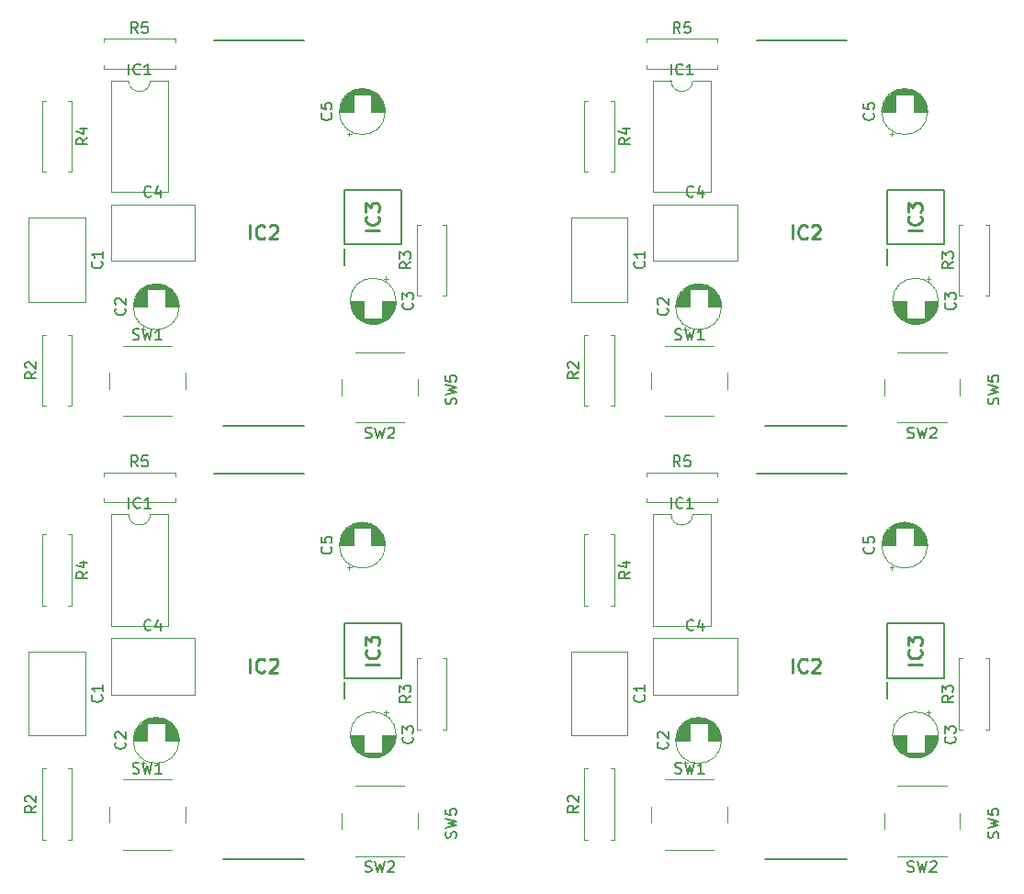
<source format=gto>
%TF.GenerationSoftware,KiCad,Pcbnew,(5.1.9-0-10_14)*%
%TF.CreationDate,2021-04-15T21:04:48+09:00*%
%TF.ProjectId,RadioExercise_2x2,52616469-6f45-4786-9572-636973655f32,rev?*%
%TF.SameCoordinates,Original*%
%TF.FileFunction,Legend,Top*%
%TF.FilePolarity,Positive*%
%FSLAX46Y46*%
G04 Gerber Fmt 4.6, Leading zero omitted, Abs format (unit mm)*
G04 Created by KiCad (PCBNEW (5.1.9-0-10_14)) date 2021-04-15 21:04:48*
%MOMM*%
%LPD*%
G01*
G04 APERTURE LIST*
%ADD10C,0.120000*%
%ADD11C,0.200000*%
%ADD12C,0.150000*%
%ADD13C,0.254000*%
G04 APERTURE END LIST*
D10*
%TO.C,SW2*%
X171792000Y-137520000D02*
X167292000Y-137520000D01*
X173042000Y-141520000D02*
X173042000Y-140020000D01*
X167292000Y-144020000D02*
X171792000Y-144020000D01*
X166042000Y-140020000D02*
X166042000Y-141520000D01*
X121792000Y-137520000D02*
X117292000Y-137520000D01*
X123042000Y-141520000D02*
X123042000Y-140020000D01*
X117292000Y-144020000D02*
X121792000Y-144020000D01*
X116042000Y-140020000D02*
X116042000Y-141520000D01*
X171792000Y-97520000D02*
X167292000Y-97520000D01*
X173042000Y-101520000D02*
X173042000Y-100020000D01*
X167292000Y-104020000D02*
X171792000Y-104020000D01*
X166042000Y-100020000D02*
X166042000Y-101520000D01*
%TO.C,SW1*%
X151602000Y-140940000D02*
X151602000Y-139440000D01*
X150352000Y-136940000D02*
X145852000Y-136940000D01*
X144602000Y-139440000D02*
X144602000Y-140940000D01*
X145852000Y-143440000D02*
X150352000Y-143440000D01*
X101602000Y-140940000D02*
X101602000Y-139440000D01*
X100352000Y-136940000D02*
X95852000Y-136940000D01*
X94602000Y-139440000D02*
X94602000Y-140940000D01*
X95852000Y-143440000D02*
X100352000Y-143440000D01*
X151602000Y-100940000D02*
X151602000Y-99440000D01*
X150352000Y-96940000D02*
X145852000Y-96940000D01*
X144602000Y-99440000D02*
X144602000Y-100940000D01*
X145852000Y-103440000D02*
X150352000Y-103440000D01*
%TO.C,R5*%
X144122000Y-108960000D02*
X144122000Y-108630000D01*
X144122000Y-108630000D02*
X150662000Y-108630000D01*
X150662000Y-108630000D02*
X150662000Y-108960000D01*
X144122000Y-111040000D02*
X144122000Y-111370000D01*
X144122000Y-111370000D02*
X150662000Y-111370000D01*
X150662000Y-111370000D02*
X150662000Y-111040000D01*
X94122000Y-108960000D02*
X94122000Y-108630000D01*
X94122000Y-108630000D02*
X100662000Y-108630000D01*
X100662000Y-108630000D02*
X100662000Y-108960000D01*
X94122000Y-111040000D02*
X94122000Y-111370000D01*
X94122000Y-111370000D02*
X100662000Y-111370000D01*
X100662000Y-111370000D02*
X100662000Y-111040000D01*
X144122000Y-68960000D02*
X144122000Y-68630000D01*
X144122000Y-68630000D02*
X150662000Y-68630000D01*
X150662000Y-68630000D02*
X150662000Y-68960000D01*
X144122000Y-71040000D02*
X144122000Y-71370000D01*
X144122000Y-71370000D02*
X150662000Y-71370000D01*
X150662000Y-71370000D02*
X150662000Y-71040000D01*
%TO.C,R4*%
X138402000Y-120890000D02*
X138732000Y-120890000D01*
X138402000Y-114350000D02*
X138402000Y-120890000D01*
X138732000Y-114350000D02*
X138402000Y-114350000D01*
X141142000Y-120890000D02*
X140812000Y-120890000D01*
X141142000Y-114350000D02*
X141142000Y-120890000D01*
X140812000Y-114350000D02*
X141142000Y-114350000D01*
X88402000Y-120890000D02*
X88732000Y-120890000D01*
X88402000Y-114350000D02*
X88402000Y-120890000D01*
X88732000Y-114350000D02*
X88402000Y-114350000D01*
X91142000Y-120890000D02*
X90812000Y-120890000D01*
X91142000Y-114350000D02*
X91142000Y-120890000D01*
X90812000Y-114350000D02*
X91142000Y-114350000D01*
X138402000Y-80890000D02*
X138732000Y-80890000D01*
X138402000Y-74350000D02*
X138402000Y-80890000D01*
X138732000Y-74350000D02*
X138402000Y-74350000D01*
X141142000Y-80890000D02*
X140812000Y-80890000D01*
X141142000Y-74350000D02*
X141142000Y-80890000D01*
X140812000Y-74350000D02*
X141142000Y-74350000D01*
%TO.C,R3*%
X175686000Y-125780000D02*
X175356000Y-125780000D01*
X175686000Y-132320000D02*
X175686000Y-125780000D01*
X175356000Y-132320000D02*
X175686000Y-132320000D01*
X172946000Y-125780000D02*
X173276000Y-125780000D01*
X172946000Y-132320000D02*
X172946000Y-125780000D01*
X173276000Y-132320000D02*
X172946000Y-132320000D01*
X125686000Y-125780000D02*
X125356000Y-125780000D01*
X125686000Y-132320000D02*
X125686000Y-125780000D01*
X125356000Y-132320000D02*
X125686000Y-132320000D01*
X122946000Y-125780000D02*
X123276000Y-125780000D01*
X122946000Y-132320000D02*
X122946000Y-125780000D01*
X123276000Y-132320000D02*
X122946000Y-132320000D01*
X175686000Y-85780000D02*
X175356000Y-85780000D01*
X175686000Y-92320000D02*
X175686000Y-85780000D01*
X175356000Y-92320000D02*
X175686000Y-92320000D01*
X172946000Y-85780000D02*
X173276000Y-85780000D01*
X172946000Y-92320000D02*
X172946000Y-85780000D01*
X173276000Y-92320000D02*
X172946000Y-92320000D01*
%TO.C,R2*%
X138732000Y-142480000D02*
X138402000Y-142480000D01*
X138402000Y-142480000D02*
X138402000Y-135940000D01*
X138402000Y-135940000D02*
X138732000Y-135940000D01*
X140812000Y-142480000D02*
X141142000Y-142480000D01*
X141142000Y-142480000D02*
X141142000Y-135940000D01*
X141142000Y-135940000D02*
X140812000Y-135940000D01*
X88732000Y-142480000D02*
X88402000Y-142480000D01*
X88402000Y-142480000D02*
X88402000Y-135940000D01*
X88402000Y-135940000D02*
X88732000Y-135940000D01*
X90812000Y-142480000D02*
X91142000Y-142480000D01*
X91142000Y-142480000D02*
X91142000Y-135940000D01*
X91142000Y-135940000D02*
X90812000Y-135940000D01*
X138732000Y-102480000D02*
X138402000Y-102480000D01*
X138402000Y-102480000D02*
X138402000Y-95940000D01*
X138402000Y-95940000D02*
X138732000Y-95940000D01*
X140812000Y-102480000D02*
X141142000Y-102480000D01*
X141142000Y-102480000D02*
X141142000Y-95940000D01*
X141142000Y-95940000D02*
X140812000Y-95940000D01*
D11*
%TO.C,IC3*%
X166298000Y-127609000D02*
X166298000Y-122559000D01*
X166298000Y-122559000D02*
X171558000Y-122559000D01*
X171558000Y-122559000D02*
X171558000Y-127609000D01*
X171558000Y-127609000D02*
X166298000Y-127609000D01*
X166323000Y-129509000D02*
X166323000Y-127959000D01*
X116298000Y-127609000D02*
X116298000Y-122559000D01*
X116298000Y-122559000D02*
X121558000Y-122559000D01*
X121558000Y-122559000D02*
X121558000Y-127609000D01*
X121558000Y-127609000D02*
X116298000Y-127609000D01*
X116323000Y-129509000D02*
X116323000Y-127959000D01*
X166298000Y-87609000D02*
X166298000Y-82559000D01*
X166298000Y-82559000D02*
X171558000Y-82559000D01*
X171558000Y-82559000D02*
X171558000Y-87609000D01*
X171558000Y-87609000D02*
X166298000Y-87609000D01*
X166323000Y-89509000D02*
X166323000Y-87959000D01*
%TO.C,IC2*%
X154274000Y-108730000D02*
X162568000Y-108730000D01*
X155076000Y-144290000D02*
X162568000Y-144290000D01*
X104274000Y-108730000D02*
X112568000Y-108730000D01*
X105076000Y-144290000D02*
X112568000Y-144290000D01*
X154274000Y-68730000D02*
X162568000Y-68730000D01*
X155076000Y-104290000D02*
X162568000Y-104290000D01*
D10*
%TO.C,IC1*%
X148392000Y-112480000D02*
G75*
G02*
X146392000Y-112480000I-1000000J0D01*
G01*
X150042000Y-112480000D02*
X148392000Y-112480000D01*
X150042000Y-122760000D02*
X150042000Y-112480000D01*
X144742000Y-122760000D02*
X150042000Y-122760000D01*
X144742000Y-112480000D02*
X144742000Y-122760000D01*
X146392000Y-112480000D02*
X144742000Y-112480000D01*
X98392000Y-112480000D02*
G75*
G02*
X96392000Y-112480000I-1000000J0D01*
G01*
X100042000Y-112480000D02*
X98392000Y-112480000D01*
X100042000Y-122760000D02*
X100042000Y-112480000D01*
X94742000Y-122760000D02*
X100042000Y-122760000D01*
X94742000Y-112480000D02*
X94742000Y-122760000D01*
X96392000Y-112480000D02*
X94742000Y-112480000D01*
X148392000Y-72480000D02*
G75*
G02*
X146392000Y-72480000I-1000000J0D01*
G01*
X150042000Y-72480000D02*
X148392000Y-72480000D01*
X150042000Y-82760000D02*
X150042000Y-72480000D01*
X144742000Y-82760000D02*
X150042000Y-82760000D01*
X144742000Y-72480000D02*
X144742000Y-82760000D01*
X146392000Y-72480000D02*
X144742000Y-72480000D01*
%TO.C,C5*%
X166533000Y-117403801D02*
X166933000Y-117403801D01*
X166733000Y-117603801D02*
X166733000Y-117203801D01*
X167558000Y-113253000D02*
X168298000Y-113253000D01*
X167391000Y-113293000D02*
X168465000Y-113293000D01*
X167264000Y-113333000D02*
X168592000Y-113333000D01*
X167160000Y-113373000D02*
X168696000Y-113373000D01*
X167069000Y-113413000D02*
X168787000Y-113413000D01*
X166988000Y-113453000D02*
X168868000Y-113453000D01*
X166915000Y-113493000D02*
X168941000Y-113493000D01*
X166848000Y-113533000D02*
X169008000Y-113533000D01*
X166786000Y-113573000D02*
X169070000Y-113573000D01*
X166728000Y-113613000D02*
X169128000Y-113613000D01*
X166674000Y-113653000D02*
X169182000Y-113653000D01*
X166624000Y-113693000D02*
X169232000Y-113693000D01*
X166577000Y-113733000D02*
X169279000Y-113733000D01*
X168768000Y-113773000D02*
X169324000Y-113773000D01*
X166532000Y-113773000D02*
X167088000Y-113773000D01*
X168768000Y-113813000D02*
X169366000Y-113813000D01*
X166490000Y-113813000D02*
X167088000Y-113813000D01*
X168768000Y-113853000D02*
X169406000Y-113853000D01*
X166450000Y-113853000D02*
X167088000Y-113853000D01*
X168768000Y-113893000D02*
X169444000Y-113893000D01*
X166412000Y-113893000D02*
X167088000Y-113893000D01*
X168768000Y-113933000D02*
X169480000Y-113933000D01*
X166376000Y-113933000D02*
X167088000Y-113933000D01*
X168768000Y-113973000D02*
X169515000Y-113973000D01*
X166341000Y-113973000D02*
X167088000Y-113973000D01*
X168768000Y-114013000D02*
X169547000Y-114013000D01*
X166309000Y-114013000D02*
X167088000Y-114013000D01*
X168768000Y-114053000D02*
X169578000Y-114053000D01*
X166278000Y-114053000D02*
X167088000Y-114053000D01*
X168768000Y-114093000D02*
X169608000Y-114093000D01*
X166248000Y-114093000D02*
X167088000Y-114093000D01*
X168768000Y-114133000D02*
X169636000Y-114133000D01*
X166220000Y-114133000D02*
X167088000Y-114133000D01*
X168768000Y-114173000D02*
X169663000Y-114173000D01*
X166193000Y-114173000D02*
X167088000Y-114173000D01*
X168768000Y-114213000D02*
X169688000Y-114213000D01*
X166168000Y-114213000D02*
X167088000Y-114213000D01*
X168768000Y-114253000D02*
X169713000Y-114253000D01*
X166143000Y-114253000D02*
X167088000Y-114253000D01*
X168768000Y-114293000D02*
X169736000Y-114293000D01*
X166120000Y-114293000D02*
X167088000Y-114293000D01*
X168768000Y-114333000D02*
X169758000Y-114333000D01*
X166098000Y-114333000D02*
X167088000Y-114333000D01*
X168768000Y-114373000D02*
X169779000Y-114373000D01*
X166077000Y-114373000D02*
X167088000Y-114373000D01*
X168768000Y-114413000D02*
X169798000Y-114413000D01*
X166058000Y-114413000D02*
X167088000Y-114413000D01*
X168768000Y-114453000D02*
X169817000Y-114453000D01*
X166039000Y-114453000D02*
X167088000Y-114453000D01*
X168768000Y-114493000D02*
X169835000Y-114493000D01*
X166021000Y-114493000D02*
X167088000Y-114493000D01*
X168768000Y-114533000D02*
X169852000Y-114533000D01*
X166004000Y-114533000D02*
X167088000Y-114533000D01*
X168768000Y-114573000D02*
X169868000Y-114573000D01*
X165988000Y-114573000D02*
X167088000Y-114573000D01*
X168768000Y-114613000D02*
X169882000Y-114613000D01*
X165974000Y-114613000D02*
X167088000Y-114613000D01*
X168768000Y-114654000D02*
X169896000Y-114654000D01*
X165960000Y-114654000D02*
X167088000Y-114654000D01*
X168768000Y-114694000D02*
X169910000Y-114694000D01*
X165946000Y-114694000D02*
X167088000Y-114694000D01*
X168768000Y-114734000D02*
X169922000Y-114734000D01*
X165934000Y-114734000D02*
X167088000Y-114734000D01*
X168768000Y-114774000D02*
X169933000Y-114774000D01*
X165923000Y-114774000D02*
X167088000Y-114774000D01*
X168768000Y-114814000D02*
X169944000Y-114814000D01*
X165912000Y-114814000D02*
X167088000Y-114814000D01*
X168768000Y-114854000D02*
X169953000Y-114854000D01*
X165903000Y-114854000D02*
X167088000Y-114854000D01*
X168768000Y-114894000D02*
X169962000Y-114894000D01*
X165894000Y-114894000D02*
X167088000Y-114894000D01*
X168768000Y-114934000D02*
X169970000Y-114934000D01*
X165886000Y-114934000D02*
X167088000Y-114934000D01*
X168768000Y-114974000D02*
X169978000Y-114974000D01*
X165878000Y-114974000D02*
X167088000Y-114974000D01*
X168768000Y-115014000D02*
X169984000Y-115014000D01*
X165872000Y-115014000D02*
X167088000Y-115014000D01*
X168768000Y-115054000D02*
X169990000Y-115054000D01*
X165866000Y-115054000D02*
X167088000Y-115054000D01*
X168768000Y-115094000D02*
X169995000Y-115094000D01*
X165861000Y-115094000D02*
X167088000Y-115094000D01*
X168768000Y-115134000D02*
X169999000Y-115134000D01*
X165857000Y-115134000D02*
X167088000Y-115134000D01*
X168768000Y-115174000D02*
X170002000Y-115174000D01*
X165854000Y-115174000D02*
X167088000Y-115174000D01*
X168768000Y-115214000D02*
X170005000Y-115214000D01*
X165851000Y-115214000D02*
X167088000Y-115214000D01*
X165849000Y-115254000D02*
X167088000Y-115254000D01*
X168768000Y-115254000D02*
X170007000Y-115254000D01*
X165848000Y-115294000D02*
X167088000Y-115294000D01*
X168768000Y-115294000D02*
X170008000Y-115294000D01*
X165848000Y-115334000D02*
X167088000Y-115334000D01*
X168768000Y-115334000D02*
X170008000Y-115334000D01*
X170048000Y-115334000D02*
G75*
G03*
X170048000Y-115334000I-2120000J0D01*
G01*
X116533000Y-117403801D02*
X116933000Y-117403801D01*
X116733000Y-117603801D02*
X116733000Y-117203801D01*
X117558000Y-113253000D02*
X118298000Y-113253000D01*
X117391000Y-113293000D02*
X118465000Y-113293000D01*
X117264000Y-113333000D02*
X118592000Y-113333000D01*
X117160000Y-113373000D02*
X118696000Y-113373000D01*
X117069000Y-113413000D02*
X118787000Y-113413000D01*
X116988000Y-113453000D02*
X118868000Y-113453000D01*
X116915000Y-113493000D02*
X118941000Y-113493000D01*
X116848000Y-113533000D02*
X119008000Y-113533000D01*
X116786000Y-113573000D02*
X119070000Y-113573000D01*
X116728000Y-113613000D02*
X119128000Y-113613000D01*
X116674000Y-113653000D02*
X119182000Y-113653000D01*
X116624000Y-113693000D02*
X119232000Y-113693000D01*
X116577000Y-113733000D02*
X119279000Y-113733000D01*
X118768000Y-113773000D02*
X119324000Y-113773000D01*
X116532000Y-113773000D02*
X117088000Y-113773000D01*
X118768000Y-113813000D02*
X119366000Y-113813000D01*
X116490000Y-113813000D02*
X117088000Y-113813000D01*
X118768000Y-113853000D02*
X119406000Y-113853000D01*
X116450000Y-113853000D02*
X117088000Y-113853000D01*
X118768000Y-113893000D02*
X119444000Y-113893000D01*
X116412000Y-113893000D02*
X117088000Y-113893000D01*
X118768000Y-113933000D02*
X119480000Y-113933000D01*
X116376000Y-113933000D02*
X117088000Y-113933000D01*
X118768000Y-113973000D02*
X119515000Y-113973000D01*
X116341000Y-113973000D02*
X117088000Y-113973000D01*
X118768000Y-114013000D02*
X119547000Y-114013000D01*
X116309000Y-114013000D02*
X117088000Y-114013000D01*
X118768000Y-114053000D02*
X119578000Y-114053000D01*
X116278000Y-114053000D02*
X117088000Y-114053000D01*
X118768000Y-114093000D02*
X119608000Y-114093000D01*
X116248000Y-114093000D02*
X117088000Y-114093000D01*
X118768000Y-114133000D02*
X119636000Y-114133000D01*
X116220000Y-114133000D02*
X117088000Y-114133000D01*
X118768000Y-114173000D02*
X119663000Y-114173000D01*
X116193000Y-114173000D02*
X117088000Y-114173000D01*
X118768000Y-114213000D02*
X119688000Y-114213000D01*
X116168000Y-114213000D02*
X117088000Y-114213000D01*
X118768000Y-114253000D02*
X119713000Y-114253000D01*
X116143000Y-114253000D02*
X117088000Y-114253000D01*
X118768000Y-114293000D02*
X119736000Y-114293000D01*
X116120000Y-114293000D02*
X117088000Y-114293000D01*
X118768000Y-114333000D02*
X119758000Y-114333000D01*
X116098000Y-114333000D02*
X117088000Y-114333000D01*
X118768000Y-114373000D02*
X119779000Y-114373000D01*
X116077000Y-114373000D02*
X117088000Y-114373000D01*
X118768000Y-114413000D02*
X119798000Y-114413000D01*
X116058000Y-114413000D02*
X117088000Y-114413000D01*
X118768000Y-114453000D02*
X119817000Y-114453000D01*
X116039000Y-114453000D02*
X117088000Y-114453000D01*
X118768000Y-114493000D02*
X119835000Y-114493000D01*
X116021000Y-114493000D02*
X117088000Y-114493000D01*
X118768000Y-114533000D02*
X119852000Y-114533000D01*
X116004000Y-114533000D02*
X117088000Y-114533000D01*
X118768000Y-114573000D02*
X119868000Y-114573000D01*
X115988000Y-114573000D02*
X117088000Y-114573000D01*
X118768000Y-114613000D02*
X119882000Y-114613000D01*
X115974000Y-114613000D02*
X117088000Y-114613000D01*
X118768000Y-114654000D02*
X119896000Y-114654000D01*
X115960000Y-114654000D02*
X117088000Y-114654000D01*
X118768000Y-114694000D02*
X119910000Y-114694000D01*
X115946000Y-114694000D02*
X117088000Y-114694000D01*
X118768000Y-114734000D02*
X119922000Y-114734000D01*
X115934000Y-114734000D02*
X117088000Y-114734000D01*
X118768000Y-114774000D02*
X119933000Y-114774000D01*
X115923000Y-114774000D02*
X117088000Y-114774000D01*
X118768000Y-114814000D02*
X119944000Y-114814000D01*
X115912000Y-114814000D02*
X117088000Y-114814000D01*
X118768000Y-114854000D02*
X119953000Y-114854000D01*
X115903000Y-114854000D02*
X117088000Y-114854000D01*
X118768000Y-114894000D02*
X119962000Y-114894000D01*
X115894000Y-114894000D02*
X117088000Y-114894000D01*
X118768000Y-114934000D02*
X119970000Y-114934000D01*
X115886000Y-114934000D02*
X117088000Y-114934000D01*
X118768000Y-114974000D02*
X119978000Y-114974000D01*
X115878000Y-114974000D02*
X117088000Y-114974000D01*
X118768000Y-115014000D02*
X119984000Y-115014000D01*
X115872000Y-115014000D02*
X117088000Y-115014000D01*
X118768000Y-115054000D02*
X119990000Y-115054000D01*
X115866000Y-115054000D02*
X117088000Y-115054000D01*
X118768000Y-115094000D02*
X119995000Y-115094000D01*
X115861000Y-115094000D02*
X117088000Y-115094000D01*
X118768000Y-115134000D02*
X119999000Y-115134000D01*
X115857000Y-115134000D02*
X117088000Y-115134000D01*
X118768000Y-115174000D02*
X120002000Y-115174000D01*
X115854000Y-115174000D02*
X117088000Y-115174000D01*
X118768000Y-115214000D02*
X120005000Y-115214000D01*
X115851000Y-115214000D02*
X117088000Y-115214000D01*
X115849000Y-115254000D02*
X117088000Y-115254000D01*
X118768000Y-115254000D02*
X120007000Y-115254000D01*
X115848000Y-115294000D02*
X117088000Y-115294000D01*
X118768000Y-115294000D02*
X120008000Y-115294000D01*
X115848000Y-115334000D02*
X117088000Y-115334000D01*
X118768000Y-115334000D02*
X120008000Y-115334000D01*
X120048000Y-115334000D02*
G75*
G03*
X120048000Y-115334000I-2120000J0D01*
G01*
X166533000Y-77403801D02*
X166933000Y-77403801D01*
X166733000Y-77603801D02*
X166733000Y-77203801D01*
X167558000Y-73253000D02*
X168298000Y-73253000D01*
X167391000Y-73293000D02*
X168465000Y-73293000D01*
X167264000Y-73333000D02*
X168592000Y-73333000D01*
X167160000Y-73373000D02*
X168696000Y-73373000D01*
X167069000Y-73413000D02*
X168787000Y-73413000D01*
X166988000Y-73453000D02*
X168868000Y-73453000D01*
X166915000Y-73493000D02*
X168941000Y-73493000D01*
X166848000Y-73533000D02*
X169008000Y-73533000D01*
X166786000Y-73573000D02*
X169070000Y-73573000D01*
X166728000Y-73613000D02*
X169128000Y-73613000D01*
X166674000Y-73653000D02*
X169182000Y-73653000D01*
X166624000Y-73693000D02*
X169232000Y-73693000D01*
X166577000Y-73733000D02*
X169279000Y-73733000D01*
X168768000Y-73773000D02*
X169324000Y-73773000D01*
X166532000Y-73773000D02*
X167088000Y-73773000D01*
X168768000Y-73813000D02*
X169366000Y-73813000D01*
X166490000Y-73813000D02*
X167088000Y-73813000D01*
X168768000Y-73853000D02*
X169406000Y-73853000D01*
X166450000Y-73853000D02*
X167088000Y-73853000D01*
X168768000Y-73893000D02*
X169444000Y-73893000D01*
X166412000Y-73893000D02*
X167088000Y-73893000D01*
X168768000Y-73933000D02*
X169480000Y-73933000D01*
X166376000Y-73933000D02*
X167088000Y-73933000D01*
X168768000Y-73973000D02*
X169515000Y-73973000D01*
X166341000Y-73973000D02*
X167088000Y-73973000D01*
X168768000Y-74013000D02*
X169547000Y-74013000D01*
X166309000Y-74013000D02*
X167088000Y-74013000D01*
X168768000Y-74053000D02*
X169578000Y-74053000D01*
X166278000Y-74053000D02*
X167088000Y-74053000D01*
X168768000Y-74093000D02*
X169608000Y-74093000D01*
X166248000Y-74093000D02*
X167088000Y-74093000D01*
X168768000Y-74133000D02*
X169636000Y-74133000D01*
X166220000Y-74133000D02*
X167088000Y-74133000D01*
X168768000Y-74173000D02*
X169663000Y-74173000D01*
X166193000Y-74173000D02*
X167088000Y-74173000D01*
X168768000Y-74213000D02*
X169688000Y-74213000D01*
X166168000Y-74213000D02*
X167088000Y-74213000D01*
X168768000Y-74253000D02*
X169713000Y-74253000D01*
X166143000Y-74253000D02*
X167088000Y-74253000D01*
X168768000Y-74293000D02*
X169736000Y-74293000D01*
X166120000Y-74293000D02*
X167088000Y-74293000D01*
X168768000Y-74333000D02*
X169758000Y-74333000D01*
X166098000Y-74333000D02*
X167088000Y-74333000D01*
X168768000Y-74373000D02*
X169779000Y-74373000D01*
X166077000Y-74373000D02*
X167088000Y-74373000D01*
X168768000Y-74413000D02*
X169798000Y-74413000D01*
X166058000Y-74413000D02*
X167088000Y-74413000D01*
X168768000Y-74453000D02*
X169817000Y-74453000D01*
X166039000Y-74453000D02*
X167088000Y-74453000D01*
X168768000Y-74493000D02*
X169835000Y-74493000D01*
X166021000Y-74493000D02*
X167088000Y-74493000D01*
X168768000Y-74533000D02*
X169852000Y-74533000D01*
X166004000Y-74533000D02*
X167088000Y-74533000D01*
X168768000Y-74573000D02*
X169868000Y-74573000D01*
X165988000Y-74573000D02*
X167088000Y-74573000D01*
X168768000Y-74613000D02*
X169882000Y-74613000D01*
X165974000Y-74613000D02*
X167088000Y-74613000D01*
X168768000Y-74654000D02*
X169896000Y-74654000D01*
X165960000Y-74654000D02*
X167088000Y-74654000D01*
X168768000Y-74694000D02*
X169910000Y-74694000D01*
X165946000Y-74694000D02*
X167088000Y-74694000D01*
X168768000Y-74734000D02*
X169922000Y-74734000D01*
X165934000Y-74734000D02*
X167088000Y-74734000D01*
X168768000Y-74774000D02*
X169933000Y-74774000D01*
X165923000Y-74774000D02*
X167088000Y-74774000D01*
X168768000Y-74814000D02*
X169944000Y-74814000D01*
X165912000Y-74814000D02*
X167088000Y-74814000D01*
X168768000Y-74854000D02*
X169953000Y-74854000D01*
X165903000Y-74854000D02*
X167088000Y-74854000D01*
X168768000Y-74894000D02*
X169962000Y-74894000D01*
X165894000Y-74894000D02*
X167088000Y-74894000D01*
X168768000Y-74934000D02*
X169970000Y-74934000D01*
X165886000Y-74934000D02*
X167088000Y-74934000D01*
X168768000Y-74974000D02*
X169978000Y-74974000D01*
X165878000Y-74974000D02*
X167088000Y-74974000D01*
X168768000Y-75014000D02*
X169984000Y-75014000D01*
X165872000Y-75014000D02*
X167088000Y-75014000D01*
X168768000Y-75054000D02*
X169990000Y-75054000D01*
X165866000Y-75054000D02*
X167088000Y-75054000D01*
X168768000Y-75094000D02*
X169995000Y-75094000D01*
X165861000Y-75094000D02*
X167088000Y-75094000D01*
X168768000Y-75134000D02*
X169999000Y-75134000D01*
X165857000Y-75134000D02*
X167088000Y-75134000D01*
X168768000Y-75174000D02*
X170002000Y-75174000D01*
X165854000Y-75174000D02*
X167088000Y-75174000D01*
X168768000Y-75214000D02*
X170005000Y-75214000D01*
X165851000Y-75214000D02*
X167088000Y-75214000D01*
X165849000Y-75254000D02*
X167088000Y-75254000D01*
X168768000Y-75254000D02*
X170007000Y-75254000D01*
X165848000Y-75294000D02*
X167088000Y-75294000D01*
X168768000Y-75294000D02*
X170008000Y-75294000D01*
X165848000Y-75334000D02*
X167088000Y-75334000D01*
X168768000Y-75334000D02*
X170008000Y-75334000D01*
X170048000Y-75334000D02*
G75*
G03*
X170048000Y-75334000I-2120000J0D01*
G01*
%TO.C,C4*%
X144752000Y-123890000D02*
X152492000Y-123890000D01*
X144752000Y-129130000D02*
X152492000Y-129130000D01*
X144752000Y-123890000D02*
X144752000Y-129130000D01*
X152492000Y-123890000D02*
X152492000Y-129130000D01*
X94752000Y-123890000D02*
X102492000Y-123890000D01*
X94752000Y-129130000D02*
X102492000Y-129130000D01*
X94752000Y-123890000D02*
X94752000Y-129130000D01*
X102492000Y-123890000D02*
X102492000Y-129130000D01*
X144752000Y-83890000D02*
X152492000Y-83890000D01*
X144752000Y-89130000D02*
X152492000Y-89130000D01*
X144752000Y-83890000D02*
X144752000Y-89130000D01*
X152492000Y-83890000D02*
X152492000Y-89130000D01*
%TO.C,C3*%
X171048000Y-132834000D02*
G75*
G03*
X171048000Y-132834000I-2120000J0D01*
G01*
X168088000Y-132834000D02*
X166848000Y-132834000D01*
X171008000Y-132834000D02*
X169768000Y-132834000D01*
X168088000Y-132874000D02*
X166848000Y-132874000D01*
X171008000Y-132874000D02*
X169768000Y-132874000D01*
X168088000Y-132914000D02*
X166849000Y-132914000D01*
X171007000Y-132914000D02*
X169768000Y-132914000D01*
X171005000Y-132954000D02*
X169768000Y-132954000D01*
X168088000Y-132954000D02*
X166851000Y-132954000D01*
X171002000Y-132994000D02*
X169768000Y-132994000D01*
X168088000Y-132994000D02*
X166854000Y-132994000D01*
X170999000Y-133034000D02*
X169768000Y-133034000D01*
X168088000Y-133034000D02*
X166857000Y-133034000D01*
X170995000Y-133074000D02*
X169768000Y-133074000D01*
X168088000Y-133074000D02*
X166861000Y-133074000D01*
X170990000Y-133114000D02*
X169768000Y-133114000D01*
X168088000Y-133114000D02*
X166866000Y-133114000D01*
X170984000Y-133154000D02*
X169768000Y-133154000D01*
X168088000Y-133154000D02*
X166872000Y-133154000D01*
X170978000Y-133194000D02*
X169768000Y-133194000D01*
X168088000Y-133194000D02*
X166878000Y-133194000D01*
X170970000Y-133234000D02*
X169768000Y-133234000D01*
X168088000Y-133234000D02*
X166886000Y-133234000D01*
X170962000Y-133274000D02*
X169768000Y-133274000D01*
X168088000Y-133274000D02*
X166894000Y-133274000D01*
X170953000Y-133314000D02*
X169768000Y-133314000D01*
X168088000Y-133314000D02*
X166903000Y-133314000D01*
X170944000Y-133354000D02*
X169768000Y-133354000D01*
X168088000Y-133354000D02*
X166912000Y-133354000D01*
X170933000Y-133394000D02*
X169768000Y-133394000D01*
X168088000Y-133394000D02*
X166923000Y-133394000D01*
X170922000Y-133434000D02*
X169768000Y-133434000D01*
X168088000Y-133434000D02*
X166934000Y-133434000D01*
X170910000Y-133474000D02*
X169768000Y-133474000D01*
X168088000Y-133474000D02*
X166946000Y-133474000D01*
X170896000Y-133514000D02*
X169768000Y-133514000D01*
X168088000Y-133514000D02*
X166960000Y-133514000D01*
X170882000Y-133555000D02*
X169768000Y-133555000D01*
X168088000Y-133555000D02*
X166974000Y-133555000D01*
X170868000Y-133595000D02*
X169768000Y-133595000D01*
X168088000Y-133595000D02*
X166988000Y-133595000D01*
X170852000Y-133635000D02*
X169768000Y-133635000D01*
X168088000Y-133635000D02*
X167004000Y-133635000D01*
X170835000Y-133675000D02*
X169768000Y-133675000D01*
X168088000Y-133675000D02*
X167021000Y-133675000D01*
X170817000Y-133715000D02*
X169768000Y-133715000D01*
X168088000Y-133715000D02*
X167039000Y-133715000D01*
X170798000Y-133755000D02*
X169768000Y-133755000D01*
X168088000Y-133755000D02*
X167058000Y-133755000D01*
X170779000Y-133795000D02*
X169768000Y-133795000D01*
X168088000Y-133795000D02*
X167077000Y-133795000D01*
X170758000Y-133835000D02*
X169768000Y-133835000D01*
X168088000Y-133835000D02*
X167098000Y-133835000D01*
X170736000Y-133875000D02*
X169768000Y-133875000D01*
X168088000Y-133875000D02*
X167120000Y-133875000D01*
X170713000Y-133915000D02*
X169768000Y-133915000D01*
X168088000Y-133915000D02*
X167143000Y-133915000D01*
X170688000Y-133955000D02*
X169768000Y-133955000D01*
X168088000Y-133955000D02*
X167168000Y-133955000D01*
X170663000Y-133995000D02*
X169768000Y-133995000D01*
X168088000Y-133995000D02*
X167193000Y-133995000D01*
X170636000Y-134035000D02*
X169768000Y-134035000D01*
X168088000Y-134035000D02*
X167220000Y-134035000D01*
X170608000Y-134075000D02*
X169768000Y-134075000D01*
X168088000Y-134075000D02*
X167248000Y-134075000D01*
X170578000Y-134115000D02*
X169768000Y-134115000D01*
X168088000Y-134115000D02*
X167278000Y-134115000D01*
X170547000Y-134155000D02*
X169768000Y-134155000D01*
X168088000Y-134155000D02*
X167309000Y-134155000D01*
X170515000Y-134195000D02*
X169768000Y-134195000D01*
X168088000Y-134195000D02*
X167341000Y-134195000D01*
X170480000Y-134235000D02*
X169768000Y-134235000D01*
X168088000Y-134235000D02*
X167376000Y-134235000D01*
X170444000Y-134275000D02*
X169768000Y-134275000D01*
X168088000Y-134275000D02*
X167412000Y-134275000D01*
X170406000Y-134315000D02*
X169768000Y-134315000D01*
X168088000Y-134315000D02*
X167450000Y-134315000D01*
X170366000Y-134355000D02*
X169768000Y-134355000D01*
X168088000Y-134355000D02*
X167490000Y-134355000D01*
X170324000Y-134395000D02*
X169768000Y-134395000D01*
X168088000Y-134395000D02*
X167532000Y-134395000D01*
X170279000Y-134435000D02*
X167577000Y-134435000D01*
X170232000Y-134475000D02*
X167624000Y-134475000D01*
X170182000Y-134515000D02*
X167674000Y-134515000D01*
X170128000Y-134555000D02*
X167728000Y-134555000D01*
X170070000Y-134595000D02*
X167786000Y-134595000D01*
X170008000Y-134635000D02*
X167848000Y-134635000D01*
X169941000Y-134675000D02*
X167915000Y-134675000D01*
X169868000Y-134715000D02*
X167988000Y-134715000D01*
X169787000Y-134755000D02*
X168069000Y-134755000D01*
X169696000Y-134795000D02*
X168160000Y-134795000D01*
X169592000Y-134835000D02*
X168264000Y-134835000D01*
X169465000Y-134875000D02*
X168391000Y-134875000D01*
X169298000Y-134915000D02*
X168558000Y-134915000D01*
X170123000Y-130564199D02*
X170123000Y-130964199D01*
X170323000Y-130764199D02*
X169923000Y-130764199D01*
X121048000Y-132834000D02*
G75*
G03*
X121048000Y-132834000I-2120000J0D01*
G01*
X118088000Y-132834000D02*
X116848000Y-132834000D01*
X121008000Y-132834000D02*
X119768000Y-132834000D01*
X118088000Y-132874000D02*
X116848000Y-132874000D01*
X121008000Y-132874000D02*
X119768000Y-132874000D01*
X118088000Y-132914000D02*
X116849000Y-132914000D01*
X121007000Y-132914000D02*
X119768000Y-132914000D01*
X121005000Y-132954000D02*
X119768000Y-132954000D01*
X118088000Y-132954000D02*
X116851000Y-132954000D01*
X121002000Y-132994000D02*
X119768000Y-132994000D01*
X118088000Y-132994000D02*
X116854000Y-132994000D01*
X120999000Y-133034000D02*
X119768000Y-133034000D01*
X118088000Y-133034000D02*
X116857000Y-133034000D01*
X120995000Y-133074000D02*
X119768000Y-133074000D01*
X118088000Y-133074000D02*
X116861000Y-133074000D01*
X120990000Y-133114000D02*
X119768000Y-133114000D01*
X118088000Y-133114000D02*
X116866000Y-133114000D01*
X120984000Y-133154000D02*
X119768000Y-133154000D01*
X118088000Y-133154000D02*
X116872000Y-133154000D01*
X120978000Y-133194000D02*
X119768000Y-133194000D01*
X118088000Y-133194000D02*
X116878000Y-133194000D01*
X120970000Y-133234000D02*
X119768000Y-133234000D01*
X118088000Y-133234000D02*
X116886000Y-133234000D01*
X120962000Y-133274000D02*
X119768000Y-133274000D01*
X118088000Y-133274000D02*
X116894000Y-133274000D01*
X120953000Y-133314000D02*
X119768000Y-133314000D01*
X118088000Y-133314000D02*
X116903000Y-133314000D01*
X120944000Y-133354000D02*
X119768000Y-133354000D01*
X118088000Y-133354000D02*
X116912000Y-133354000D01*
X120933000Y-133394000D02*
X119768000Y-133394000D01*
X118088000Y-133394000D02*
X116923000Y-133394000D01*
X120922000Y-133434000D02*
X119768000Y-133434000D01*
X118088000Y-133434000D02*
X116934000Y-133434000D01*
X120910000Y-133474000D02*
X119768000Y-133474000D01*
X118088000Y-133474000D02*
X116946000Y-133474000D01*
X120896000Y-133514000D02*
X119768000Y-133514000D01*
X118088000Y-133514000D02*
X116960000Y-133514000D01*
X120882000Y-133555000D02*
X119768000Y-133555000D01*
X118088000Y-133555000D02*
X116974000Y-133555000D01*
X120868000Y-133595000D02*
X119768000Y-133595000D01*
X118088000Y-133595000D02*
X116988000Y-133595000D01*
X120852000Y-133635000D02*
X119768000Y-133635000D01*
X118088000Y-133635000D02*
X117004000Y-133635000D01*
X120835000Y-133675000D02*
X119768000Y-133675000D01*
X118088000Y-133675000D02*
X117021000Y-133675000D01*
X120817000Y-133715000D02*
X119768000Y-133715000D01*
X118088000Y-133715000D02*
X117039000Y-133715000D01*
X120798000Y-133755000D02*
X119768000Y-133755000D01*
X118088000Y-133755000D02*
X117058000Y-133755000D01*
X120779000Y-133795000D02*
X119768000Y-133795000D01*
X118088000Y-133795000D02*
X117077000Y-133795000D01*
X120758000Y-133835000D02*
X119768000Y-133835000D01*
X118088000Y-133835000D02*
X117098000Y-133835000D01*
X120736000Y-133875000D02*
X119768000Y-133875000D01*
X118088000Y-133875000D02*
X117120000Y-133875000D01*
X120713000Y-133915000D02*
X119768000Y-133915000D01*
X118088000Y-133915000D02*
X117143000Y-133915000D01*
X120688000Y-133955000D02*
X119768000Y-133955000D01*
X118088000Y-133955000D02*
X117168000Y-133955000D01*
X120663000Y-133995000D02*
X119768000Y-133995000D01*
X118088000Y-133995000D02*
X117193000Y-133995000D01*
X120636000Y-134035000D02*
X119768000Y-134035000D01*
X118088000Y-134035000D02*
X117220000Y-134035000D01*
X120608000Y-134075000D02*
X119768000Y-134075000D01*
X118088000Y-134075000D02*
X117248000Y-134075000D01*
X120578000Y-134115000D02*
X119768000Y-134115000D01*
X118088000Y-134115000D02*
X117278000Y-134115000D01*
X120547000Y-134155000D02*
X119768000Y-134155000D01*
X118088000Y-134155000D02*
X117309000Y-134155000D01*
X120515000Y-134195000D02*
X119768000Y-134195000D01*
X118088000Y-134195000D02*
X117341000Y-134195000D01*
X120480000Y-134235000D02*
X119768000Y-134235000D01*
X118088000Y-134235000D02*
X117376000Y-134235000D01*
X120444000Y-134275000D02*
X119768000Y-134275000D01*
X118088000Y-134275000D02*
X117412000Y-134275000D01*
X120406000Y-134315000D02*
X119768000Y-134315000D01*
X118088000Y-134315000D02*
X117450000Y-134315000D01*
X120366000Y-134355000D02*
X119768000Y-134355000D01*
X118088000Y-134355000D02*
X117490000Y-134355000D01*
X120324000Y-134395000D02*
X119768000Y-134395000D01*
X118088000Y-134395000D02*
X117532000Y-134395000D01*
X120279000Y-134435000D02*
X117577000Y-134435000D01*
X120232000Y-134475000D02*
X117624000Y-134475000D01*
X120182000Y-134515000D02*
X117674000Y-134515000D01*
X120128000Y-134555000D02*
X117728000Y-134555000D01*
X120070000Y-134595000D02*
X117786000Y-134595000D01*
X120008000Y-134635000D02*
X117848000Y-134635000D01*
X119941000Y-134675000D02*
X117915000Y-134675000D01*
X119868000Y-134715000D02*
X117988000Y-134715000D01*
X119787000Y-134755000D02*
X118069000Y-134755000D01*
X119696000Y-134795000D02*
X118160000Y-134795000D01*
X119592000Y-134835000D02*
X118264000Y-134835000D01*
X119465000Y-134875000D02*
X118391000Y-134875000D01*
X119298000Y-134915000D02*
X118558000Y-134915000D01*
X120123000Y-130564199D02*
X120123000Y-130964199D01*
X120323000Y-130764199D02*
X119923000Y-130764199D01*
X171048000Y-92834000D02*
G75*
G03*
X171048000Y-92834000I-2120000J0D01*
G01*
X168088000Y-92834000D02*
X166848000Y-92834000D01*
X171008000Y-92834000D02*
X169768000Y-92834000D01*
X168088000Y-92874000D02*
X166848000Y-92874000D01*
X171008000Y-92874000D02*
X169768000Y-92874000D01*
X168088000Y-92914000D02*
X166849000Y-92914000D01*
X171007000Y-92914000D02*
X169768000Y-92914000D01*
X171005000Y-92954000D02*
X169768000Y-92954000D01*
X168088000Y-92954000D02*
X166851000Y-92954000D01*
X171002000Y-92994000D02*
X169768000Y-92994000D01*
X168088000Y-92994000D02*
X166854000Y-92994000D01*
X170999000Y-93034000D02*
X169768000Y-93034000D01*
X168088000Y-93034000D02*
X166857000Y-93034000D01*
X170995000Y-93074000D02*
X169768000Y-93074000D01*
X168088000Y-93074000D02*
X166861000Y-93074000D01*
X170990000Y-93114000D02*
X169768000Y-93114000D01*
X168088000Y-93114000D02*
X166866000Y-93114000D01*
X170984000Y-93154000D02*
X169768000Y-93154000D01*
X168088000Y-93154000D02*
X166872000Y-93154000D01*
X170978000Y-93194000D02*
X169768000Y-93194000D01*
X168088000Y-93194000D02*
X166878000Y-93194000D01*
X170970000Y-93234000D02*
X169768000Y-93234000D01*
X168088000Y-93234000D02*
X166886000Y-93234000D01*
X170962000Y-93274000D02*
X169768000Y-93274000D01*
X168088000Y-93274000D02*
X166894000Y-93274000D01*
X170953000Y-93314000D02*
X169768000Y-93314000D01*
X168088000Y-93314000D02*
X166903000Y-93314000D01*
X170944000Y-93354000D02*
X169768000Y-93354000D01*
X168088000Y-93354000D02*
X166912000Y-93354000D01*
X170933000Y-93394000D02*
X169768000Y-93394000D01*
X168088000Y-93394000D02*
X166923000Y-93394000D01*
X170922000Y-93434000D02*
X169768000Y-93434000D01*
X168088000Y-93434000D02*
X166934000Y-93434000D01*
X170910000Y-93474000D02*
X169768000Y-93474000D01*
X168088000Y-93474000D02*
X166946000Y-93474000D01*
X170896000Y-93514000D02*
X169768000Y-93514000D01*
X168088000Y-93514000D02*
X166960000Y-93514000D01*
X170882000Y-93555000D02*
X169768000Y-93555000D01*
X168088000Y-93555000D02*
X166974000Y-93555000D01*
X170868000Y-93595000D02*
X169768000Y-93595000D01*
X168088000Y-93595000D02*
X166988000Y-93595000D01*
X170852000Y-93635000D02*
X169768000Y-93635000D01*
X168088000Y-93635000D02*
X167004000Y-93635000D01*
X170835000Y-93675000D02*
X169768000Y-93675000D01*
X168088000Y-93675000D02*
X167021000Y-93675000D01*
X170817000Y-93715000D02*
X169768000Y-93715000D01*
X168088000Y-93715000D02*
X167039000Y-93715000D01*
X170798000Y-93755000D02*
X169768000Y-93755000D01*
X168088000Y-93755000D02*
X167058000Y-93755000D01*
X170779000Y-93795000D02*
X169768000Y-93795000D01*
X168088000Y-93795000D02*
X167077000Y-93795000D01*
X170758000Y-93835000D02*
X169768000Y-93835000D01*
X168088000Y-93835000D02*
X167098000Y-93835000D01*
X170736000Y-93875000D02*
X169768000Y-93875000D01*
X168088000Y-93875000D02*
X167120000Y-93875000D01*
X170713000Y-93915000D02*
X169768000Y-93915000D01*
X168088000Y-93915000D02*
X167143000Y-93915000D01*
X170688000Y-93955000D02*
X169768000Y-93955000D01*
X168088000Y-93955000D02*
X167168000Y-93955000D01*
X170663000Y-93995000D02*
X169768000Y-93995000D01*
X168088000Y-93995000D02*
X167193000Y-93995000D01*
X170636000Y-94035000D02*
X169768000Y-94035000D01*
X168088000Y-94035000D02*
X167220000Y-94035000D01*
X170608000Y-94075000D02*
X169768000Y-94075000D01*
X168088000Y-94075000D02*
X167248000Y-94075000D01*
X170578000Y-94115000D02*
X169768000Y-94115000D01*
X168088000Y-94115000D02*
X167278000Y-94115000D01*
X170547000Y-94155000D02*
X169768000Y-94155000D01*
X168088000Y-94155000D02*
X167309000Y-94155000D01*
X170515000Y-94195000D02*
X169768000Y-94195000D01*
X168088000Y-94195000D02*
X167341000Y-94195000D01*
X170480000Y-94235000D02*
X169768000Y-94235000D01*
X168088000Y-94235000D02*
X167376000Y-94235000D01*
X170444000Y-94275000D02*
X169768000Y-94275000D01*
X168088000Y-94275000D02*
X167412000Y-94275000D01*
X170406000Y-94315000D02*
X169768000Y-94315000D01*
X168088000Y-94315000D02*
X167450000Y-94315000D01*
X170366000Y-94355000D02*
X169768000Y-94355000D01*
X168088000Y-94355000D02*
X167490000Y-94355000D01*
X170324000Y-94395000D02*
X169768000Y-94395000D01*
X168088000Y-94395000D02*
X167532000Y-94395000D01*
X170279000Y-94435000D02*
X167577000Y-94435000D01*
X170232000Y-94475000D02*
X167624000Y-94475000D01*
X170182000Y-94515000D02*
X167674000Y-94515000D01*
X170128000Y-94555000D02*
X167728000Y-94555000D01*
X170070000Y-94595000D02*
X167786000Y-94595000D01*
X170008000Y-94635000D02*
X167848000Y-94635000D01*
X169941000Y-94675000D02*
X167915000Y-94675000D01*
X169868000Y-94715000D02*
X167988000Y-94715000D01*
X169787000Y-94755000D02*
X168069000Y-94755000D01*
X169696000Y-94795000D02*
X168160000Y-94795000D01*
X169592000Y-94835000D02*
X168264000Y-94835000D01*
X169465000Y-94875000D02*
X168391000Y-94875000D01*
X169298000Y-94915000D02*
X168558000Y-94915000D01*
X170123000Y-90564199D02*
X170123000Y-90964199D01*
X170323000Y-90764199D02*
X169923000Y-90764199D01*
%TO.C,C2*%
X147533000Y-135403801D02*
X147933000Y-135403801D01*
X147733000Y-135603801D02*
X147733000Y-135203801D01*
X148558000Y-131253000D02*
X149298000Y-131253000D01*
X148391000Y-131293000D02*
X149465000Y-131293000D01*
X148264000Y-131333000D02*
X149592000Y-131333000D01*
X148160000Y-131373000D02*
X149696000Y-131373000D01*
X148069000Y-131413000D02*
X149787000Y-131413000D01*
X147988000Y-131453000D02*
X149868000Y-131453000D01*
X147915000Y-131493000D02*
X149941000Y-131493000D01*
X147848000Y-131533000D02*
X150008000Y-131533000D01*
X147786000Y-131573000D02*
X150070000Y-131573000D01*
X147728000Y-131613000D02*
X150128000Y-131613000D01*
X147674000Y-131653000D02*
X150182000Y-131653000D01*
X147624000Y-131693000D02*
X150232000Y-131693000D01*
X147577000Y-131733000D02*
X150279000Y-131733000D01*
X149768000Y-131773000D02*
X150324000Y-131773000D01*
X147532000Y-131773000D02*
X148088000Y-131773000D01*
X149768000Y-131813000D02*
X150366000Y-131813000D01*
X147490000Y-131813000D02*
X148088000Y-131813000D01*
X149768000Y-131853000D02*
X150406000Y-131853000D01*
X147450000Y-131853000D02*
X148088000Y-131853000D01*
X149768000Y-131893000D02*
X150444000Y-131893000D01*
X147412000Y-131893000D02*
X148088000Y-131893000D01*
X149768000Y-131933000D02*
X150480000Y-131933000D01*
X147376000Y-131933000D02*
X148088000Y-131933000D01*
X149768000Y-131973000D02*
X150515000Y-131973000D01*
X147341000Y-131973000D02*
X148088000Y-131973000D01*
X149768000Y-132013000D02*
X150547000Y-132013000D01*
X147309000Y-132013000D02*
X148088000Y-132013000D01*
X149768000Y-132053000D02*
X150578000Y-132053000D01*
X147278000Y-132053000D02*
X148088000Y-132053000D01*
X149768000Y-132093000D02*
X150608000Y-132093000D01*
X147248000Y-132093000D02*
X148088000Y-132093000D01*
X149768000Y-132133000D02*
X150636000Y-132133000D01*
X147220000Y-132133000D02*
X148088000Y-132133000D01*
X149768000Y-132173000D02*
X150663000Y-132173000D01*
X147193000Y-132173000D02*
X148088000Y-132173000D01*
X149768000Y-132213000D02*
X150688000Y-132213000D01*
X147168000Y-132213000D02*
X148088000Y-132213000D01*
X149768000Y-132253000D02*
X150713000Y-132253000D01*
X147143000Y-132253000D02*
X148088000Y-132253000D01*
X149768000Y-132293000D02*
X150736000Y-132293000D01*
X147120000Y-132293000D02*
X148088000Y-132293000D01*
X149768000Y-132333000D02*
X150758000Y-132333000D01*
X147098000Y-132333000D02*
X148088000Y-132333000D01*
X149768000Y-132373000D02*
X150779000Y-132373000D01*
X147077000Y-132373000D02*
X148088000Y-132373000D01*
X149768000Y-132413000D02*
X150798000Y-132413000D01*
X147058000Y-132413000D02*
X148088000Y-132413000D01*
X149768000Y-132453000D02*
X150817000Y-132453000D01*
X147039000Y-132453000D02*
X148088000Y-132453000D01*
X149768000Y-132493000D02*
X150835000Y-132493000D01*
X147021000Y-132493000D02*
X148088000Y-132493000D01*
X149768000Y-132533000D02*
X150852000Y-132533000D01*
X147004000Y-132533000D02*
X148088000Y-132533000D01*
X149768000Y-132573000D02*
X150868000Y-132573000D01*
X146988000Y-132573000D02*
X148088000Y-132573000D01*
X149768000Y-132613000D02*
X150882000Y-132613000D01*
X146974000Y-132613000D02*
X148088000Y-132613000D01*
X149768000Y-132654000D02*
X150896000Y-132654000D01*
X146960000Y-132654000D02*
X148088000Y-132654000D01*
X149768000Y-132694000D02*
X150910000Y-132694000D01*
X146946000Y-132694000D02*
X148088000Y-132694000D01*
X149768000Y-132734000D02*
X150922000Y-132734000D01*
X146934000Y-132734000D02*
X148088000Y-132734000D01*
X149768000Y-132774000D02*
X150933000Y-132774000D01*
X146923000Y-132774000D02*
X148088000Y-132774000D01*
X149768000Y-132814000D02*
X150944000Y-132814000D01*
X146912000Y-132814000D02*
X148088000Y-132814000D01*
X149768000Y-132854000D02*
X150953000Y-132854000D01*
X146903000Y-132854000D02*
X148088000Y-132854000D01*
X149768000Y-132894000D02*
X150962000Y-132894000D01*
X146894000Y-132894000D02*
X148088000Y-132894000D01*
X149768000Y-132934000D02*
X150970000Y-132934000D01*
X146886000Y-132934000D02*
X148088000Y-132934000D01*
X149768000Y-132974000D02*
X150978000Y-132974000D01*
X146878000Y-132974000D02*
X148088000Y-132974000D01*
X149768000Y-133014000D02*
X150984000Y-133014000D01*
X146872000Y-133014000D02*
X148088000Y-133014000D01*
X149768000Y-133054000D02*
X150990000Y-133054000D01*
X146866000Y-133054000D02*
X148088000Y-133054000D01*
X149768000Y-133094000D02*
X150995000Y-133094000D01*
X146861000Y-133094000D02*
X148088000Y-133094000D01*
X149768000Y-133134000D02*
X150999000Y-133134000D01*
X146857000Y-133134000D02*
X148088000Y-133134000D01*
X149768000Y-133174000D02*
X151002000Y-133174000D01*
X146854000Y-133174000D02*
X148088000Y-133174000D01*
X149768000Y-133214000D02*
X151005000Y-133214000D01*
X146851000Y-133214000D02*
X148088000Y-133214000D01*
X146849000Y-133254000D02*
X148088000Y-133254000D01*
X149768000Y-133254000D02*
X151007000Y-133254000D01*
X146848000Y-133294000D02*
X148088000Y-133294000D01*
X149768000Y-133294000D02*
X151008000Y-133294000D01*
X146848000Y-133334000D02*
X148088000Y-133334000D01*
X149768000Y-133334000D02*
X151008000Y-133334000D01*
X151048000Y-133334000D02*
G75*
G03*
X151048000Y-133334000I-2120000J0D01*
G01*
X97533000Y-135403801D02*
X97933000Y-135403801D01*
X97733000Y-135603801D02*
X97733000Y-135203801D01*
X98558000Y-131253000D02*
X99298000Y-131253000D01*
X98391000Y-131293000D02*
X99465000Y-131293000D01*
X98264000Y-131333000D02*
X99592000Y-131333000D01*
X98160000Y-131373000D02*
X99696000Y-131373000D01*
X98069000Y-131413000D02*
X99787000Y-131413000D01*
X97988000Y-131453000D02*
X99868000Y-131453000D01*
X97915000Y-131493000D02*
X99941000Y-131493000D01*
X97848000Y-131533000D02*
X100008000Y-131533000D01*
X97786000Y-131573000D02*
X100070000Y-131573000D01*
X97728000Y-131613000D02*
X100128000Y-131613000D01*
X97674000Y-131653000D02*
X100182000Y-131653000D01*
X97624000Y-131693000D02*
X100232000Y-131693000D01*
X97577000Y-131733000D02*
X100279000Y-131733000D01*
X99768000Y-131773000D02*
X100324000Y-131773000D01*
X97532000Y-131773000D02*
X98088000Y-131773000D01*
X99768000Y-131813000D02*
X100366000Y-131813000D01*
X97490000Y-131813000D02*
X98088000Y-131813000D01*
X99768000Y-131853000D02*
X100406000Y-131853000D01*
X97450000Y-131853000D02*
X98088000Y-131853000D01*
X99768000Y-131893000D02*
X100444000Y-131893000D01*
X97412000Y-131893000D02*
X98088000Y-131893000D01*
X99768000Y-131933000D02*
X100480000Y-131933000D01*
X97376000Y-131933000D02*
X98088000Y-131933000D01*
X99768000Y-131973000D02*
X100515000Y-131973000D01*
X97341000Y-131973000D02*
X98088000Y-131973000D01*
X99768000Y-132013000D02*
X100547000Y-132013000D01*
X97309000Y-132013000D02*
X98088000Y-132013000D01*
X99768000Y-132053000D02*
X100578000Y-132053000D01*
X97278000Y-132053000D02*
X98088000Y-132053000D01*
X99768000Y-132093000D02*
X100608000Y-132093000D01*
X97248000Y-132093000D02*
X98088000Y-132093000D01*
X99768000Y-132133000D02*
X100636000Y-132133000D01*
X97220000Y-132133000D02*
X98088000Y-132133000D01*
X99768000Y-132173000D02*
X100663000Y-132173000D01*
X97193000Y-132173000D02*
X98088000Y-132173000D01*
X99768000Y-132213000D02*
X100688000Y-132213000D01*
X97168000Y-132213000D02*
X98088000Y-132213000D01*
X99768000Y-132253000D02*
X100713000Y-132253000D01*
X97143000Y-132253000D02*
X98088000Y-132253000D01*
X99768000Y-132293000D02*
X100736000Y-132293000D01*
X97120000Y-132293000D02*
X98088000Y-132293000D01*
X99768000Y-132333000D02*
X100758000Y-132333000D01*
X97098000Y-132333000D02*
X98088000Y-132333000D01*
X99768000Y-132373000D02*
X100779000Y-132373000D01*
X97077000Y-132373000D02*
X98088000Y-132373000D01*
X99768000Y-132413000D02*
X100798000Y-132413000D01*
X97058000Y-132413000D02*
X98088000Y-132413000D01*
X99768000Y-132453000D02*
X100817000Y-132453000D01*
X97039000Y-132453000D02*
X98088000Y-132453000D01*
X99768000Y-132493000D02*
X100835000Y-132493000D01*
X97021000Y-132493000D02*
X98088000Y-132493000D01*
X99768000Y-132533000D02*
X100852000Y-132533000D01*
X97004000Y-132533000D02*
X98088000Y-132533000D01*
X99768000Y-132573000D02*
X100868000Y-132573000D01*
X96988000Y-132573000D02*
X98088000Y-132573000D01*
X99768000Y-132613000D02*
X100882000Y-132613000D01*
X96974000Y-132613000D02*
X98088000Y-132613000D01*
X99768000Y-132654000D02*
X100896000Y-132654000D01*
X96960000Y-132654000D02*
X98088000Y-132654000D01*
X99768000Y-132694000D02*
X100910000Y-132694000D01*
X96946000Y-132694000D02*
X98088000Y-132694000D01*
X99768000Y-132734000D02*
X100922000Y-132734000D01*
X96934000Y-132734000D02*
X98088000Y-132734000D01*
X99768000Y-132774000D02*
X100933000Y-132774000D01*
X96923000Y-132774000D02*
X98088000Y-132774000D01*
X99768000Y-132814000D02*
X100944000Y-132814000D01*
X96912000Y-132814000D02*
X98088000Y-132814000D01*
X99768000Y-132854000D02*
X100953000Y-132854000D01*
X96903000Y-132854000D02*
X98088000Y-132854000D01*
X99768000Y-132894000D02*
X100962000Y-132894000D01*
X96894000Y-132894000D02*
X98088000Y-132894000D01*
X99768000Y-132934000D02*
X100970000Y-132934000D01*
X96886000Y-132934000D02*
X98088000Y-132934000D01*
X99768000Y-132974000D02*
X100978000Y-132974000D01*
X96878000Y-132974000D02*
X98088000Y-132974000D01*
X99768000Y-133014000D02*
X100984000Y-133014000D01*
X96872000Y-133014000D02*
X98088000Y-133014000D01*
X99768000Y-133054000D02*
X100990000Y-133054000D01*
X96866000Y-133054000D02*
X98088000Y-133054000D01*
X99768000Y-133094000D02*
X100995000Y-133094000D01*
X96861000Y-133094000D02*
X98088000Y-133094000D01*
X99768000Y-133134000D02*
X100999000Y-133134000D01*
X96857000Y-133134000D02*
X98088000Y-133134000D01*
X99768000Y-133174000D02*
X101002000Y-133174000D01*
X96854000Y-133174000D02*
X98088000Y-133174000D01*
X99768000Y-133214000D02*
X101005000Y-133214000D01*
X96851000Y-133214000D02*
X98088000Y-133214000D01*
X96849000Y-133254000D02*
X98088000Y-133254000D01*
X99768000Y-133254000D02*
X101007000Y-133254000D01*
X96848000Y-133294000D02*
X98088000Y-133294000D01*
X99768000Y-133294000D02*
X101008000Y-133294000D01*
X96848000Y-133334000D02*
X98088000Y-133334000D01*
X99768000Y-133334000D02*
X101008000Y-133334000D01*
X101048000Y-133334000D02*
G75*
G03*
X101048000Y-133334000I-2120000J0D01*
G01*
X147533000Y-95403801D02*
X147933000Y-95403801D01*
X147733000Y-95603801D02*
X147733000Y-95203801D01*
X148558000Y-91253000D02*
X149298000Y-91253000D01*
X148391000Y-91293000D02*
X149465000Y-91293000D01*
X148264000Y-91333000D02*
X149592000Y-91333000D01*
X148160000Y-91373000D02*
X149696000Y-91373000D01*
X148069000Y-91413000D02*
X149787000Y-91413000D01*
X147988000Y-91453000D02*
X149868000Y-91453000D01*
X147915000Y-91493000D02*
X149941000Y-91493000D01*
X147848000Y-91533000D02*
X150008000Y-91533000D01*
X147786000Y-91573000D02*
X150070000Y-91573000D01*
X147728000Y-91613000D02*
X150128000Y-91613000D01*
X147674000Y-91653000D02*
X150182000Y-91653000D01*
X147624000Y-91693000D02*
X150232000Y-91693000D01*
X147577000Y-91733000D02*
X150279000Y-91733000D01*
X149768000Y-91773000D02*
X150324000Y-91773000D01*
X147532000Y-91773000D02*
X148088000Y-91773000D01*
X149768000Y-91813000D02*
X150366000Y-91813000D01*
X147490000Y-91813000D02*
X148088000Y-91813000D01*
X149768000Y-91853000D02*
X150406000Y-91853000D01*
X147450000Y-91853000D02*
X148088000Y-91853000D01*
X149768000Y-91893000D02*
X150444000Y-91893000D01*
X147412000Y-91893000D02*
X148088000Y-91893000D01*
X149768000Y-91933000D02*
X150480000Y-91933000D01*
X147376000Y-91933000D02*
X148088000Y-91933000D01*
X149768000Y-91973000D02*
X150515000Y-91973000D01*
X147341000Y-91973000D02*
X148088000Y-91973000D01*
X149768000Y-92013000D02*
X150547000Y-92013000D01*
X147309000Y-92013000D02*
X148088000Y-92013000D01*
X149768000Y-92053000D02*
X150578000Y-92053000D01*
X147278000Y-92053000D02*
X148088000Y-92053000D01*
X149768000Y-92093000D02*
X150608000Y-92093000D01*
X147248000Y-92093000D02*
X148088000Y-92093000D01*
X149768000Y-92133000D02*
X150636000Y-92133000D01*
X147220000Y-92133000D02*
X148088000Y-92133000D01*
X149768000Y-92173000D02*
X150663000Y-92173000D01*
X147193000Y-92173000D02*
X148088000Y-92173000D01*
X149768000Y-92213000D02*
X150688000Y-92213000D01*
X147168000Y-92213000D02*
X148088000Y-92213000D01*
X149768000Y-92253000D02*
X150713000Y-92253000D01*
X147143000Y-92253000D02*
X148088000Y-92253000D01*
X149768000Y-92293000D02*
X150736000Y-92293000D01*
X147120000Y-92293000D02*
X148088000Y-92293000D01*
X149768000Y-92333000D02*
X150758000Y-92333000D01*
X147098000Y-92333000D02*
X148088000Y-92333000D01*
X149768000Y-92373000D02*
X150779000Y-92373000D01*
X147077000Y-92373000D02*
X148088000Y-92373000D01*
X149768000Y-92413000D02*
X150798000Y-92413000D01*
X147058000Y-92413000D02*
X148088000Y-92413000D01*
X149768000Y-92453000D02*
X150817000Y-92453000D01*
X147039000Y-92453000D02*
X148088000Y-92453000D01*
X149768000Y-92493000D02*
X150835000Y-92493000D01*
X147021000Y-92493000D02*
X148088000Y-92493000D01*
X149768000Y-92533000D02*
X150852000Y-92533000D01*
X147004000Y-92533000D02*
X148088000Y-92533000D01*
X149768000Y-92573000D02*
X150868000Y-92573000D01*
X146988000Y-92573000D02*
X148088000Y-92573000D01*
X149768000Y-92613000D02*
X150882000Y-92613000D01*
X146974000Y-92613000D02*
X148088000Y-92613000D01*
X149768000Y-92654000D02*
X150896000Y-92654000D01*
X146960000Y-92654000D02*
X148088000Y-92654000D01*
X149768000Y-92694000D02*
X150910000Y-92694000D01*
X146946000Y-92694000D02*
X148088000Y-92694000D01*
X149768000Y-92734000D02*
X150922000Y-92734000D01*
X146934000Y-92734000D02*
X148088000Y-92734000D01*
X149768000Y-92774000D02*
X150933000Y-92774000D01*
X146923000Y-92774000D02*
X148088000Y-92774000D01*
X149768000Y-92814000D02*
X150944000Y-92814000D01*
X146912000Y-92814000D02*
X148088000Y-92814000D01*
X149768000Y-92854000D02*
X150953000Y-92854000D01*
X146903000Y-92854000D02*
X148088000Y-92854000D01*
X149768000Y-92894000D02*
X150962000Y-92894000D01*
X146894000Y-92894000D02*
X148088000Y-92894000D01*
X149768000Y-92934000D02*
X150970000Y-92934000D01*
X146886000Y-92934000D02*
X148088000Y-92934000D01*
X149768000Y-92974000D02*
X150978000Y-92974000D01*
X146878000Y-92974000D02*
X148088000Y-92974000D01*
X149768000Y-93014000D02*
X150984000Y-93014000D01*
X146872000Y-93014000D02*
X148088000Y-93014000D01*
X149768000Y-93054000D02*
X150990000Y-93054000D01*
X146866000Y-93054000D02*
X148088000Y-93054000D01*
X149768000Y-93094000D02*
X150995000Y-93094000D01*
X146861000Y-93094000D02*
X148088000Y-93094000D01*
X149768000Y-93134000D02*
X150999000Y-93134000D01*
X146857000Y-93134000D02*
X148088000Y-93134000D01*
X149768000Y-93174000D02*
X151002000Y-93174000D01*
X146854000Y-93174000D02*
X148088000Y-93174000D01*
X149768000Y-93214000D02*
X151005000Y-93214000D01*
X146851000Y-93214000D02*
X148088000Y-93214000D01*
X146849000Y-93254000D02*
X148088000Y-93254000D01*
X149768000Y-93254000D02*
X151007000Y-93254000D01*
X146848000Y-93294000D02*
X148088000Y-93294000D01*
X149768000Y-93294000D02*
X151008000Y-93294000D01*
X146848000Y-93334000D02*
X148088000Y-93334000D01*
X149768000Y-93334000D02*
X151008000Y-93334000D01*
X151048000Y-93334000D02*
G75*
G03*
X151048000Y-93334000I-2120000J0D01*
G01*
%TO.C,C1*%
X142392000Y-132880000D02*
X137152000Y-132880000D01*
X142392000Y-125140000D02*
X137152000Y-125140000D01*
X137152000Y-125140000D02*
X137152000Y-132880000D01*
X142392000Y-125140000D02*
X142392000Y-132880000D01*
X92392000Y-132880000D02*
X87152000Y-132880000D01*
X92392000Y-125140000D02*
X87152000Y-125140000D01*
X87152000Y-125140000D02*
X87152000Y-132880000D01*
X92392000Y-125140000D02*
X92392000Y-132880000D01*
X142392000Y-92880000D02*
X137152000Y-92880000D01*
X142392000Y-85140000D02*
X137152000Y-85140000D01*
X137152000Y-85140000D02*
X137152000Y-92880000D01*
X142392000Y-85140000D02*
X142392000Y-92880000D01*
X92392000Y-85140000D02*
X92392000Y-92880000D01*
X87152000Y-85140000D02*
X87152000Y-92880000D01*
X92392000Y-85140000D02*
X87152000Y-85140000D01*
X92392000Y-92880000D02*
X87152000Y-92880000D01*
%TO.C,C2*%
X101048000Y-93334000D02*
G75*
G03*
X101048000Y-93334000I-2120000J0D01*
G01*
X99768000Y-93334000D02*
X101008000Y-93334000D01*
X96848000Y-93334000D02*
X98088000Y-93334000D01*
X99768000Y-93294000D02*
X101008000Y-93294000D01*
X96848000Y-93294000D02*
X98088000Y-93294000D01*
X99768000Y-93254000D02*
X101007000Y-93254000D01*
X96849000Y-93254000D02*
X98088000Y-93254000D01*
X96851000Y-93214000D02*
X98088000Y-93214000D01*
X99768000Y-93214000D02*
X101005000Y-93214000D01*
X96854000Y-93174000D02*
X98088000Y-93174000D01*
X99768000Y-93174000D02*
X101002000Y-93174000D01*
X96857000Y-93134000D02*
X98088000Y-93134000D01*
X99768000Y-93134000D02*
X100999000Y-93134000D01*
X96861000Y-93094000D02*
X98088000Y-93094000D01*
X99768000Y-93094000D02*
X100995000Y-93094000D01*
X96866000Y-93054000D02*
X98088000Y-93054000D01*
X99768000Y-93054000D02*
X100990000Y-93054000D01*
X96872000Y-93014000D02*
X98088000Y-93014000D01*
X99768000Y-93014000D02*
X100984000Y-93014000D01*
X96878000Y-92974000D02*
X98088000Y-92974000D01*
X99768000Y-92974000D02*
X100978000Y-92974000D01*
X96886000Y-92934000D02*
X98088000Y-92934000D01*
X99768000Y-92934000D02*
X100970000Y-92934000D01*
X96894000Y-92894000D02*
X98088000Y-92894000D01*
X99768000Y-92894000D02*
X100962000Y-92894000D01*
X96903000Y-92854000D02*
X98088000Y-92854000D01*
X99768000Y-92854000D02*
X100953000Y-92854000D01*
X96912000Y-92814000D02*
X98088000Y-92814000D01*
X99768000Y-92814000D02*
X100944000Y-92814000D01*
X96923000Y-92774000D02*
X98088000Y-92774000D01*
X99768000Y-92774000D02*
X100933000Y-92774000D01*
X96934000Y-92734000D02*
X98088000Y-92734000D01*
X99768000Y-92734000D02*
X100922000Y-92734000D01*
X96946000Y-92694000D02*
X98088000Y-92694000D01*
X99768000Y-92694000D02*
X100910000Y-92694000D01*
X96960000Y-92654000D02*
X98088000Y-92654000D01*
X99768000Y-92654000D02*
X100896000Y-92654000D01*
X96974000Y-92613000D02*
X98088000Y-92613000D01*
X99768000Y-92613000D02*
X100882000Y-92613000D01*
X96988000Y-92573000D02*
X98088000Y-92573000D01*
X99768000Y-92573000D02*
X100868000Y-92573000D01*
X97004000Y-92533000D02*
X98088000Y-92533000D01*
X99768000Y-92533000D02*
X100852000Y-92533000D01*
X97021000Y-92493000D02*
X98088000Y-92493000D01*
X99768000Y-92493000D02*
X100835000Y-92493000D01*
X97039000Y-92453000D02*
X98088000Y-92453000D01*
X99768000Y-92453000D02*
X100817000Y-92453000D01*
X97058000Y-92413000D02*
X98088000Y-92413000D01*
X99768000Y-92413000D02*
X100798000Y-92413000D01*
X97077000Y-92373000D02*
X98088000Y-92373000D01*
X99768000Y-92373000D02*
X100779000Y-92373000D01*
X97098000Y-92333000D02*
X98088000Y-92333000D01*
X99768000Y-92333000D02*
X100758000Y-92333000D01*
X97120000Y-92293000D02*
X98088000Y-92293000D01*
X99768000Y-92293000D02*
X100736000Y-92293000D01*
X97143000Y-92253000D02*
X98088000Y-92253000D01*
X99768000Y-92253000D02*
X100713000Y-92253000D01*
X97168000Y-92213000D02*
X98088000Y-92213000D01*
X99768000Y-92213000D02*
X100688000Y-92213000D01*
X97193000Y-92173000D02*
X98088000Y-92173000D01*
X99768000Y-92173000D02*
X100663000Y-92173000D01*
X97220000Y-92133000D02*
X98088000Y-92133000D01*
X99768000Y-92133000D02*
X100636000Y-92133000D01*
X97248000Y-92093000D02*
X98088000Y-92093000D01*
X99768000Y-92093000D02*
X100608000Y-92093000D01*
X97278000Y-92053000D02*
X98088000Y-92053000D01*
X99768000Y-92053000D02*
X100578000Y-92053000D01*
X97309000Y-92013000D02*
X98088000Y-92013000D01*
X99768000Y-92013000D02*
X100547000Y-92013000D01*
X97341000Y-91973000D02*
X98088000Y-91973000D01*
X99768000Y-91973000D02*
X100515000Y-91973000D01*
X97376000Y-91933000D02*
X98088000Y-91933000D01*
X99768000Y-91933000D02*
X100480000Y-91933000D01*
X97412000Y-91893000D02*
X98088000Y-91893000D01*
X99768000Y-91893000D02*
X100444000Y-91893000D01*
X97450000Y-91853000D02*
X98088000Y-91853000D01*
X99768000Y-91853000D02*
X100406000Y-91853000D01*
X97490000Y-91813000D02*
X98088000Y-91813000D01*
X99768000Y-91813000D02*
X100366000Y-91813000D01*
X97532000Y-91773000D02*
X98088000Y-91773000D01*
X99768000Y-91773000D02*
X100324000Y-91773000D01*
X97577000Y-91733000D02*
X100279000Y-91733000D01*
X97624000Y-91693000D02*
X100232000Y-91693000D01*
X97674000Y-91653000D02*
X100182000Y-91653000D01*
X97728000Y-91613000D02*
X100128000Y-91613000D01*
X97786000Y-91573000D02*
X100070000Y-91573000D01*
X97848000Y-91533000D02*
X100008000Y-91533000D01*
X97915000Y-91493000D02*
X99941000Y-91493000D01*
X97988000Y-91453000D02*
X99868000Y-91453000D01*
X98069000Y-91413000D02*
X99787000Y-91413000D01*
X98160000Y-91373000D02*
X99696000Y-91373000D01*
X98264000Y-91333000D02*
X99592000Y-91333000D01*
X98391000Y-91293000D02*
X99465000Y-91293000D01*
X98558000Y-91253000D02*
X99298000Y-91253000D01*
X97733000Y-95603801D02*
X97733000Y-95203801D01*
X97533000Y-95403801D02*
X97933000Y-95403801D01*
%TO.C,C3*%
X120323000Y-90764199D02*
X119923000Y-90764199D01*
X120123000Y-90564199D02*
X120123000Y-90964199D01*
X119298000Y-94915000D02*
X118558000Y-94915000D01*
X119465000Y-94875000D02*
X118391000Y-94875000D01*
X119592000Y-94835000D02*
X118264000Y-94835000D01*
X119696000Y-94795000D02*
X118160000Y-94795000D01*
X119787000Y-94755000D02*
X118069000Y-94755000D01*
X119868000Y-94715000D02*
X117988000Y-94715000D01*
X119941000Y-94675000D02*
X117915000Y-94675000D01*
X120008000Y-94635000D02*
X117848000Y-94635000D01*
X120070000Y-94595000D02*
X117786000Y-94595000D01*
X120128000Y-94555000D02*
X117728000Y-94555000D01*
X120182000Y-94515000D02*
X117674000Y-94515000D01*
X120232000Y-94475000D02*
X117624000Y-94475000D01*
X120279000Y-94435000D02*
X117577000Y-94435000D01*
X118088000Y-94395000D02*
X117532000Y-94395000D01*
X120324000Y-94395000D02*
X119768000Y-94395000D01*
X118088000Y-94355000D02*
X117490000Y-94355000D01*
X120366000Y-94355000D02*
X119768000Y-94355000D01*
X118088000Y-94315000D02*
X117450000Y-94315000D01*
X120406000Y-94315000D02*
X119768000Y-94315000D01*
X118088000Y-94275000D02*
X117412000Y-94275000D01*
X120444000Y-94275000D02*
X119768000Y-94275000D01*
X118088000Y-94235000D02*
X117376000Y-94235000D01*
X120480000Y-94235000D02*
X119768000Y-94235000D01*
X118088000Y-94195000D02*
X117341000Y-94195000D01*
X120515000Y-94195000D02*
X119768000Y-94195000D01*
X118088000Y-94155000D02*
X117309000Y-94155000D01*
X120547000Y-94155000D02*
X119768000Y-94155000D01*
X118088000Y-94115000D02*
X117278000Y-94115000D01*
X120578000Y-94115000D02*
X119768000Y-94115000D01*
X118088000Y-94075000D02*
X117248000Y-94075000D01*
X120608000Y-94075000D02*
X119768000Y-94075000D01*
X118088000Y-94035000D02*
X117220000Y-94035000D01*
X120636000Y-94035000D02*
X119768000Y-94035000D01*
X118088000Y-93995000D02*
X117193000Y-93995000D01*
X120663000Y-93995000D02*
X119768000Y-93995000D01*
X118088000Y-93955000D02*
X117168000Y-93955000D01*
X120688000Y-93955000D02*
X119768000Y-93955000D01*
X118088000Y-93915000D02*
X117143000Y-93915000D01*
X120713000Y-93915000D02*
X119768000Y-93915000D01*
X118088000Y-93875000D02*
X117120000Y-93875000D01*
X120736000Y-93875000D02*
X119768000Y-93875000D01*
X118088000Y-93835000D02*
X117098000Y-93835000D01*
X120758000Y-93835000D02*
X119768000Y-93835000D01*
X118088000Y-93795000D02*
X117077000Y-93795000D01*
X120779000Y-93795000D02*
X119768000Y-93795000D01*
X118088000Y-93755000D02*
X117058000Y-93755000D01*
X120798000Y-93755000D02*
X119768000Y-93755000D01*
X118088000Y-93715000D02*
X117039000Y-93715000D01*
X120817000Y-93715000D02*
X119768000Y-93715000D01*
X118088000Y-93675000D02*
X117021000Y-93675000D01*
X120835000Y-93675000D02*
X119768000Y-93675000D01*
X118088000Y-93635000D02*
X117004000Y-93635000D01*
X120852000Y-93635000D02*
X119768000Y-93635000D01*
X118088000Y-93595000D02*
X116988000Y-93595000D01*
X120868000Y-93595000D02*
X119768000Y-93595000D01*
X118088000Y-93555000D02*
X116974000Y-93555000D01*
X120882000Y-93555000D02*
X119768000Y-93555000D01*
X118088000Y-93514000D02*
X116960000Y-93514000D01*
X120896000Y-93514000D02*
X119768000Y-93514000D01*
X118088000Y-93474000D02*
X116946000Y-93474000D01*
X120910000Y-93474000D02*
X119768000Y-93474000D01*
X118088000Y-93434000D02*
X116934000Y-93434000D01*
X120922000Y-93434000D02*
X119768000Y-93434000D01*
X118088000Y-93394000D02*
X116923000Y-93394000D01*
X120933000Y-93394000D02*
X119768000Y-93394000D01*
X118088000Y-93354000D02*
X116912000Y-93354000D01*
X120944000Y-93354000D02*
X119768000Y-93354000D01*
X118088000Y-93314000D02*
X116903000Y-93314000D01*
X120953000Y-93314000D02*
X119768000Y-93314000D01*
X118088000Y-93274000D02*
X116894000Y-93274000D01*
X120962000Y-93274000D02*
X119768000Y-93274000D01*
X118088000Y-93234000D02*
X116886000Y-93234000D01*
X120970000Y-93234000D02*
X119768000Y-93234000D01*
X118088000Y-93194000D02*
X116878000Y-93194000D01*
X120978000Y-93194000D02*
X119768000Y-93194000D01*
X118088000Y-93154000D02*
X116872000Y-93154000D01*
X120984000Y-93154000D02*
X119768000Y-93154000D01*
X118088000Y-93114000D02*
X116866000Y-93114000D01*
X120990000Y-93114000D02*
X119768000Y-93114000D01*
X118088000Y-93074000D02*
X116861000Y-93074000D01*
X120995000Y-93074000D02*
X119768000Y-93074000D01*
X118088000Y-93034000D02*
X116857000Y-93034000D01*
X120999000Y-93034000D02*
X119768000Y-93034000D01*
X118088000Y-92994000D02*
X116854000Y-92994000D01*
X121002000Y-92994000D02*
X119768000Y-92994000D01*
X118088000Y-92954000D02*
X116851000Y-92954000D01*
X121005000Y-92954000D02*
X119768000Y-92954000D01*
X121007000Y-92914000D02*
X119768000Y-92914000D01*
X118088000Y-92914000D02*
X116849000Y-92914000D01*
X121008000Y-92874000D02*
X119768000Y-92874000D01*
X118088000Y-92874000D02*
X116848000Y-92874000D01*
X121008000Y-92834000D02*
X119768000Y-92834000D01*
X118088000Y-92834000D02*
X116848000Y-92834000D01*
X121048000Y-92834000D02*
G75*
G03*
X121048000Y-92834000I-2120000J0D01*
G01*
%TO.C,C4*%
X102492000Y-83890000D02*
X102492000Y-89130000D01*
X94752000Y-83890000D02*
X94752000Y-89130000D01*
X94752000Y-89130000D02*
X102492000Y-89130000D01*
X94752000Y-83890000D02*
X102492000Y-83890000D01*
%TO.C,C5*%
X120048000Y-75334000D02*
G75*
G03*
X120048000Y-75334000I-2120000J0D01*
G01*
X118768000Y-75334000D02*
X120008000Y-75334000D01*
X115848000Y-75334000D02*
X117088000Y-75334000D01*
X118768000Y-75294000D02*
X120008000Y-75294000D01*
X115848000Y-75294000D02*
X117088000Y-75294000D01*
X118768000Y-75254000D02*
X120007000Y-75254000D01*
X115849000Y-75254000D02*
X117088000Y-75254000D01*
X115851000Y-75214000D02*
X117088000Y-75214000D01*
X118768000Y-75214000D02*
X120005000Y-75214000D01*
X115854000Y-75174000D02*
X117088000Y-75174000D01*
X118768000Y-75174000D02*
X120002000Y-75174000D01*
X115857000Y-75134000D02*
X117088000Y-75134000D01*
X118768000Y-75134000D02*
X119999000Y-75134000D01*
X115861000Y-75094000D02*
X117088000Y-75094000D01*
X118768000Y-75094000D02*
X119995000Y-75094000D01*
X115866000Y-75054000D02*
X117088000Y-75054000D01*
X118768000Y-75054000D02*
X119990000Y-75054000D01*
X115872000Y-75014000D02*
X117088000Y-75014000D01*
X118768000Y-75014000D02*
X119984000Y-75014000D01*
X115878000Y-74974000D02*
X117088000Y-74974000D01*
X118768000Y-74974000D02*
X119978000Y-74974000D01*
X115886000Y-74934000D02*
X117088000Y-74934000D01*
X118768000Y-74934000D02*
X119970000Y-74934000D01*
X115894000Y-74894000D02*
X117088000Y-74894000D01*
X118768000Y-74894000D02*
X119962000Y-74894000D01*
X115903000Y-74854000D02*
X117088000Y-74854000D01*
X118768000Y-74854000D02*
X119953000Y-74854000D01*
X115912000Y-74814000D02*
X117088000Y-74814000D01*
X118768000Y-74814000D02*
X119944000Y-74814000D01*
X115923000Y-74774000D02*
X117088000Y-74774000D01*
X118768000Y-74774000D02*
X119933000Y-74774000D01*
X115934000Y-74734000D02*
X117088000Y-74734000D01*
X118768000Y-74734000D02*
X119922000Y-74734000D01*
X115946000Y-74694000D02*
X117088000Y-74694000D01*
X118768000Y-74694000D02*
X119910000Y-74694000D01*
X115960000Y-74654000D02*
X117088000Y-74654000D01*
X118768000Y-74654000D02*
X119896000Y-74654000D01*
X115974000Y-74613000D02*
X117088000Y-74613000D01*
X118768000Y-74613000D02*
X119882000Y-74613000D01*
X115988000Y-74573000D02*
X117088000Y-74573000D01*
X118768000Y-74573000D02*
X119868000Y-74573000D01*
X116004000Y-74533000D02*
X117088000Y-74533000D01*
X118768000Y-74533000D02*
X119852000Y-74533000D01*
X116021000Y-74493000D02*
X117088000Y-74493000D01*
X118768000Y-74493000D02*
X119835000Y-74493000D01*
X116039000Y-74453000D02*
X117088000Y-74453000D01*
X118768000Y-74453000D02*
X119817000Y-74453000D01*
X116058000Y-74413000D02*
X117088000Y-74413000D01*
X118768000Y-74413000D02*
X119798000Y-74413000D01*
X116077000Y-74373000D02*
X117088000Y-74373000D01*
X118768000Y-74373000D02*
X119779000Y-74373000D01*
X116098000Y-74333000D02*
X117088000Y-74333000D01*
X118768000Y-74333000D02*
X119758000Y-74333000D01*
X116120000Y-74293000D02*
X117088000Y-74293000D01*
X118768000Y-74293000D02*
X119736000Y-74293000D01*
X116143000Y-74253000D02*
X117088000Y-74253000D01*
X118768000Y-74253000D02*
X119713000Y-74253000D01*
X116168000Y-74213000D02*
X117088000Y-74213000D01*
X118768000Y-74213000D02*
X119688000Y-74213000D01*
X116193000Y-74173000D02*
X117088000Y-74173000D01*
X118768000Y-74173000D02*
X119663000Y-74173000D01*
X116220000Y-74133000D02*
X117088000Y-74133000D01*
X118768000Y-74133000D02*
X119636000Y-74133000D01*
X116248000Y-74093000D02*
X117088000Y-74093000D01*
X118768000Y-74093000D02*
X119608000Y-74093000D01*
X116278000Y-74053000D02*
X117088000Y-74053000D01*
X118768000Y-74053000D02*
X119578000Y-74053000D01*
X116309000Y-74013000D02*
X117088000Y-74013000D01*
X118768000Y-74013000D02*
X119547000Y-74013000D01*
X116341000Y-73973000D02*
X117088000Y-73973000D01*
X118768000Y-73973000D02*
X119515000Y-73973000D01*
X116376000Y-73933000D02*
X117088000Y-73933000D01*
X118768000Y-73933000D02*
X119480000Y-73933000D01*
X116412000Y-73893000D02*
X117088000Y-73893000D01*
X118768000Y-73893000D02*
X119444000Y-73893000D01*
X116450000Y-73853000D02*
X117088000Y-73853000D01*
X118768000Y-73853000D02*
X119406000Y-73853000D01*
X116490000Y-73813000D02*
X117088000Y-73813000D01*
X118768000Y-73813000D02*
X119366000Y-73813000D01*
X116532000Y-73773000D02*
X117088000Y-73773000D01*
X118768000Y-73773000D02*
X119324000Y-73773000D01*
X116577000Y-73733000D02*
X119279000Y-73733000D01*
X116624000Y-73693000D02*
X119232000Y-73693000D01*
X116674000Y-73653000D02*
X119182000Y-73653000D01*
X116728000Y-73613000D02*
X119128000Y-73613000D01*
X116786000Y-73573000D02*
X119070000Y-73573000D01*
X116848000Y-73533000D02*
X119008000Y-73533000D01*
X116915000Y-73493000D02*
X118941000Y-73493000D01*
X116988000Y-73453000D02*
X118868000Y-73453000D01*
X117069000Y-73413000D02*
X118787000Y-73413000D01*
X117160000Y-73373000D02*
X118696000Y-73373000D01*
X117264000Y-73333000D02*
X118592000Y-73333000D01*
X117391000Y-73293000D02*
X118465000Y-73293000D01*
X117558000Y-73253000D02*
X118298000Y-73253000D01*
X116733000Y-77603801D02*
X116733000Y-77203801D01*
X116533000Y-77403801D02*
X116933000Y-77403801D01*
%TO.C,IC1*%
X96392000Y-72480000D02*
X94742000Y-72480000D01*
X94742000Y-72480000D02*
X94742000Y-82760000D01*
X94742000Y-82760000D02*
X100042000Y-82760000D01*
X100042000Y-82760000D02*
X100042000Y-72480000D01*
X100042000Y-72480000D02*
X98392000Y-72480000D01*
X98392000Y-72480000D02*
G75*
G02*
X96392000Y-72480000I-1000000J0D01*
G01*
D11*
%TO.C,IC2*%
X105076000Y-104290000D02*
X112568000Y-104290000D01*
X104274000Y-68730000D02*
X112568000Y-68730000D01*
%TO.C,IC3*%
X116323000Y-89509000D02*
X116323000Y-87959000D01*
X121558000Y-87609000D02*
X116298000Y-87609000D01*
X121558000Y-82559000D02*
X121558000Y-87609000D01*
X116298000Y-82559000D02*
X121558000Y-82559000D01*
X116298000Y-87609000D02*
X116298000Y-82559000D01*
D10*
%TO.C,R2*%
X91142000Y-95940000D02*
X90812000Y-95940000D01*
X91142000Y-102480000D02*
X91142000Y-95940000D01*
X90812000Y-102480000D02*
X91142000Y-102480000D01*
X88402000Y-95940000D02*
X88732000Y-95940000D01*
X88402000Y-102480000D02*
X88402000Y-95940000D01*
X88732000Y-102480000D02*
X88402000Y-102480000D01*
%TO.C,R3*%
X123276000Y-92320000D02*
X122946000Y-92320000D01*
X122946000Y-92320000D02*
X122946000Y-85780000D01*
X122946000Y-85780000D02*
X123276000Y-85780000D01*
X125356000Y-92320000D02*
X125686000Y-92320000D01*
X125686000Y-92320000D02*
X125686000Y-85780000D01*
X125686000Y-85780000D02*
X125356000Y-85780000D01*
%TO.C,R4*%
X90812000Y-74350000D02*
X91142000Y-74350000D01*
X91142000Y-74350000D02*
X91142000Y-80890000D01*
X91142000Y-80890000D02*
X90812000Y-80890000D01*
X88732000Y-74350000D02*
X88402000Y-74350000D01*
X88402000Y-74350000D02*
X88402000Y-80890000D01*
X88402000Y-80890000D02*
X88732000Y-80890000D01*
%TO.C,R5*%
X100662000Y-71370000D02*
X100662000Y-71040000D01*
X94122000Y-71370000D02*
X100662000Y-71370000D01*
X94122000Y-71040000D02*
X94122000Y-71370000D01*
X100662000Y-68630000D02*
X100662000Y-68960000D01*
X94122000Y-68630000D02*
X100662000Y-68630000D01*
X94122000Y-68960000D02*
X94122000Y-68630000D01*
%TO.C,SW1*%
X95852000Y-103440000D02*
X100352000Y-103440000D01*
X94602000Y-99440000D02*
X94602000Y-100940000D01*
X100352000Y-96940000D02*
X95852000Y-96940000D01*
X101602000Y-100940000D02*
X101602000Y-99440000D01*
%TO.C,SW2*%
X116042000Y-100020000D02*
X116042000Y-101520000D01*
X117292000Y-104020000D02*
X121792000Y-104020000D01*
X123042000Y-101520000D02*
X123042000Y-100020000D01*
X121792000Y-97520000D02*
X117292000Y-97520000D01*
%TO.C,SW5*%
D12*
X176554761Y-142321333D02*
X176602380Y-142178476D01*
X176602380Y-141940380D01*
X176554761Y-141845142D01*
X176507142Y-141797523D01*
X176411904Y-141749904D01*
X176316666Y-141749904D01*
X176221428Y-141797523D01*
X176173809Y-141845142D01*
X176126190Y-141940380D01*
X176078571Y-142130857D01*
X176030952Y-142226095D01*
X175983333Y-142273714D01*
X175888095Y-142321333D01*
X175792857Y-142321333D01*
X175697619Y-142273714D01*
X175650000Y-142226095D01*
X175602380Y-142130857D01*
X175602380Y-141892761D01*
X175650000Y-141749904D01*
X175602380Y-141416571D02*
X176602380Y-141178476D01*
X175888095Y-140988000D01*
X176602380Y-140797523D01*
X175602380Y-140559428D01*
X175602380Y-139702285D02*
X175602380Y-140178476D01*
X176078571Y-140226095D01*
X176030952Y-140178476D01*
X175983333Y-140083238D01*
X175983333Y-139845142D01*
X176030952Y-139749904D01*
X176078571Y-139702285D01*
X176173809Y-139654666D01*
X176411904Y-139654666D01*
X176507142Y-139702285D01*
X176554761Y-139749904D01*
X176602380Y-139845142D01*
X176602380Y-140083238D01*
X176554761Y-140178476D01*
X176507142Y-140226095D01*
X126554761Y-142321333D02*
X126602380Y-142178476D01*
X126602380Y-141940380D01*
X126554761Y-141845142D01*
X126507142Y-141797523D01*
X126411904Y-141749904D01*
X126316666Y-141749904D01*
X126221428Y-141797523D01*
X126173809Y-141845142D01*
X126126190Y-141940380D01*
X126078571Y-142130857D01*
X126030952Y-142226095D01*
X125983333Y-142273714D01*
X125888095Y-142321333D01*
X125792857Y-142321333D01*
X125697619Y-142273714D01*
X125650000Y-142226095D01*
X125602380Y-142130857D01*
X125602380Y-141892761D01*
X125650000Y-141749904D01*
X125602380Y-141416571D02*
X126602380Y-141178476D01*
X125888095Y-140988000D01*
X126602380Y-140797523D01*
X125602380Y-140559428D01*
X125602380Y-139702285D02*
X125602380Y-140178476D01*
X126078571Y-140226095D01*
X126030952Y-140178476D01*
X125983333Y-140083238D01*
X125983333Y-139845142D01*
X126030952Y-139749904D01*
X126078571Y-139702285D01*
X126173809Y-139654666D01*
X126411904Y-139654666D01*
X126507142Y-139702285D01*
X126554761Y-139749904D01*
X126602380Y-139845142D01*
X126602380Y-140083238D01*
X126554761Y-140178476D01*
X126507142Y-140226095D01*
X176554761Y-102321333D02*
X176602380Y-102178476D01*
X176602380Y-101940380D01*
X176554761Y-101845142D01*
X176507142Y-101797523D01*
X176411904Y-101749904D01*
X176316666Y-101749904D01*
X176221428Y-101797523D01*
X176173809Y-101845142D01*
X176126190Y-101940380D01*
X176078571Y-102130857D01*
X176030952Y-102226095D01*
X175983333Y-102273714D01*
X175888095Y-102321333D01*
X175792857Y-102321333D01*
X175697619Y-102273714D01*
X175650000Y-102226095D01*
X175602380Y-102130857D01*
X175602380Y-101892761D01*
X175650000Y-101749904D01*
X175602380Y-101416571D02*
X176602380Y-101178476D01*
X175888095Y-100988000D01*
X176602380Y-100797523D01*
X175602380Y-100559428D01*
X175602380Y-99702285D02*
X175602380Y-100178476D01*
X176078571Y-100226095D01*
X176030952Y-100178476D01*
X175983333Y-100083238D01*
X175983333Y-99845142D01*
X176030952Y-99749904D01*
X176078571Y-99702285D01*
X176173809Y-99654666D01*
X176411904Y-99654666D01*
X176507142Y-99702285D01*
X176554761Y-99749904D01*
X176602380Y-99845142D01*
X176602380Y-100083238D01*
X176554761Y-100178476D01*
X176507142Y-100226095D01*
%TO.C,SW2*%
X168208666Y-145424761D02*
X168351523Y-145472380D01*
X168589619Y-145472380D01*
X168684857Y-145424761D01*
X168732476Y-145377142D01*
X168780095Y-145281904D01*
X168780095Y-145186666D01*
X168732476Y-145091428D01*
X168684857Y-145043809D01*
X168589619Y-144996190D01*
X168399142Y-144948571D01*
X168303904Y-144900952D01*
X168256285Y-144853333D01*
X168208666Y-144758095D01*
X168208666Y-144662857D01*
X168256285Y-144567619D01*
X168303904Y-144520000D01*
X168399142Y-144472380D01*
X168637238Y-144472380D01*
X168780095Y-144520000D01*
X169113428Y-144472380D02*
X169351523Y-145472380D01*
X169542000Y-144758095D01*
X169732476Y-145472380D01*
X169970571Y-144472380D01*
X170303904Y-144567619D02*
X170351523Y-144520000D01*
X170446761Y-144472380D01*
X170684857Y-144472380D01*
X170780095Y-144520000D01*
X170827714Y-144567619D01*
X170875333Y-144662857D01*
X170875333Y-144758095D01*
X170827714Y-144900952D01*
X170256285Y-145472380D01*
X170875333Y-145472380D01*
X118208666Y-145424761D02*
X118351523Y-145472380D01*
X118589619Y-145472380D01*
X118684857Y-145424761D01*
X118732476Y-145377142D01*
X118780095Y-145281904D01*
X118780095Y-145186666D01*
X118732476Y-145091428D01*
X118684857Y-145043809D01*
X118589619Y-144996190D01*
X118399142Y-144948571D01*
X118303904Y-144900952D01*
X118256285Y-144853333D01*
X118208666Y-144758095D01*
X118208666Y-144662857D01*
X118256285Y-144567619D01*
X118303904Y-144520000D01*
X118399142Y-144472380D01*
X118637238Y-144472380D01*
X118780095Y-144520000D01*
X119113428Y-144472380D02*
X119351523Y-145472380D01*
X119542000Y-144758095D01*
X119732476Y-145472380D01*
X119970571Y-144472380D01*
X120303904Y-144567619D02*
X120351523Y-144520000D01*
X120446761Y-144472380D01*
X120684857Y-144472380D01*
X120780095Y-144520000D01*
X120827714Y-144567619D01*
X120875333Y-144662857D01*
X120875333Y-144758095D01*
X120827714Y-144900952D01*
X120256285Y-145472380D01*
X120875333Y-145472380D01*
X168208666Y-105424761D02*
X168351523Y-105472380D01*
X168589619Y-105472380D01*
X168684857Y-105424761D01*
X168732476Y-105377142D01*
X168780095Y-105281904D01*
X168780095Y-105186666D01*
X168732476Y-105091428D01*
X168684857Y-105043809D01*
X168589619Y-104996190D01*
X168399142Y-104948571D01*
X168303904Y-104900952D01*
X168256285Y-104853333D01*
X168208666Y-104758095D01*
X168208666Y-104662857D01*
X168256285Y-104567619D01*
X168303904Y-104520000D01*
X168399142Y-104472380D01*
X168637238Y-104472380D01*
X168780095Y-104520000D01*
X169113428Y-104472380D02*
X169351523Y-105472380D01*
X169542000Y-104758095D01*
X169732476Y-105472380D01*
X169970571Y-104472380D01*
X170303904Y-104567619D02*
X170351523Y-104520000D01*
X170446761Y-104472380D01*
X170684857Y-104472380D01*
X170780095Y-104520000D01*
X170827714Y-104567619D01*
X170875333Y-104662857D01*
X170875333Y-104758095D01*
X170827714Y-104900952D01*
X170256285Y-105472380D01*
X170875333Y-105472380D01*
%TO.C,SW1*%
X146768666Y-136344761D02*
X146911523Y-136392380D01*
X147149619Y-136392380D01*
X147244857Y-136344761D01*
X147292476Y-136297142D01*
X147340095Y-136201904D01*
X147340095Y-136106666D01*
X147292476Y-136011428D01*
X147244857Y-135963809D01*
X147149619Y-135916190D01*
X146959142Y-135868571D01*
X146863904Y-135820952D01*
X146816285Y-135773333D01*
X146768666Y-135678095D01*
X146768666Y-135582857D01*
X146816285Y-135487619D01*
X146863904Y-135440000D01*
X146959142Y-135392380D01*
X147197238Y-135392380D01*
X147340095Y-135440000D01*
X147673428Y-135392380D02*
X147911523Y-136392380D01*
X148102000Y-135678095D01*
X148292476Y-136392380D01*
X148530571Y-135392380D01*
X149435333Y-136392380D02*
X148863904Y-136392380D01*
X149149619Y-136392380D02*
X149149619Y-135392380D01*
X149054380Y-135535238D01*
X148959142Y-135630476D01*
X148863904Y-135678095D01*
X96768666Y-136344761D02*
X96911523Y-136392380D01*
X97149619Y-136392380D01*
X97244857Y-136344761D01*
X97292476Y-136297142D01*
X97340095Y-136201904D01*
X97340095Y-136106666D01*
X97292476Y-136011428D01*
X97244857Y-135963809D01*
X97149619Y-135916190D01*
X96959142Y-135868571D01*
X96863904Y-135820952D01*
X96816285Y-135773333D01*
X96768666Y-135678095D01*
X96768666Y-135582857D01*
X96816285Y-135487619D01*
X96863904Y-135440000D01*
X96959142Y-135392380D01*
X97197238Y-135392380D01*
X97340095Y-135440000D01*
X97673428Y-135392380D02*
X97911523Y-136392380D01*
X98102000Y-135678095D01*
X98292476Y-136392380D01*
X98530571Y-135392380D01*
X99435333Y-136392380D02*
X98863904Y-136392380D01*
X99149619Y-136392380D02*
X99149619Y-135392380D01*
X99054380Y-135535238D01*
X98959142Y-135630476D01*
X98863904Y-135678095D01*
X146768666Y-96344761D02*
X146911523Y-96392380D01*
X147149619Y-96392380D01*
X147244857Y-96344761D01*
X147292476Y-96297142D01*
X147340095Y-96201904D01*
X147340095Y-96106666D01*
X147292476Y-96011428D01*
X147244857Y-95963809D01*
X147149619Y-95916190D01*
X146959142Y-95868571D01*
X146863904Y-95820952D01*
X146816285Y-95773333D01*
X146768666Y-95678095D01*
X146768666Y-95582857D01*
X146816285Y-95487619D01*
X146863904Y-95440000D01*
X146959142Y-95392380D01*
X147197238Y-95392380D01*
X147340095Y-95440000D01*
X147673428Y-95392380D02*
X147911523Y-96392380D01*
X148102000Y-95678095D01*
X148292476Y-96392380D01*
X148530571Y-95392380D01*
X149435333Y-96392380D02*
X148863904Y-96392380D01*
X149149619Y-96392380D02*
X149149619Y-95392380D01*
X149054380Y-95535238D01*
X148959142Y-95630476D01*
X148863904Y-95678095D01*
%TO.C,R5*%
X147225333Y-108082380D02*
X146892000Y-107606190D01*
X146653904Y-108082380D02*
X146653904Y-107082380D01*
X147034857Y-107082380D01*
X147130095Y-107130000D01*
X147177714Y-107177619D01*
X147225333Y-107272857D01*
X147225333Y-107415714D01*
X147177714Y-107510952D01*
X147130095Y-107558571D01*
X147034857Y-107606190D01*
X146653904Y-107606190D01*
X148130095Y-107082380D02*
X147653904Y-107082380D01*
X147606285Y-107558571D01*
X147653904Y-107510952D01*
X147749142Y-107463333D01*
X147987238Y-107463333D01*
X148082476Y-107510952D01*
X148130095Y-107558571D01*
X148177714Y-107653809D01*
X148177714Y-107891904D01*
X148130095Y-107987142D01*
X148082476Y-108034761D01*
X147987238Y-108082380D01*
X147749142Y-108082380D01*
X147653904Y-108034761D01*
X147606285Y-107987142D01*
X97225333Y-108082380D02*
X96892000Y-107606190D01*
X96653904Y-108082380D02*
X96653904Y-107082380D01*
X97034857Y-107082380D01*
X97130095Y-107130000D01*
X97177714Y-107177619D01*
X97225333Y-107272857D01*
X97225333Y-107415714D01*
X97177714Y-107510952D01*
X97130095Y-107558571D01*
X97034857Y-107606190D01*
X96653904Y-107606190D01*
X98130095Y-107082380D02*
X97653904Y-107082380D01*
X97606285Y-107558571D01*
X97653904Y-107510952D01*
X97749142Y-107463333D01*
X97987238Y-107463333D01*
X98082476Y-107510952D01*
X98130095Y-107558571D01*
X98177714Y-107653809D01*
X98177714Y-107891904D01*
X98130095Y-107987142D01*
X98082476Y-108034761D01*
X97987238Y-108082380D01*
X97749142Y-108082380D01*
X97653904Y-108034761D01*
X97606285Y-107987142D01*
X147225333Y-68082380D02*
X146892000Y-67606190D01*
X146653904Y-68082380D02*
X146653904Y-67082380D01*
X147034857Y-67082380D01*
X147130095Y-67130000D01*
X147177714Y-67177619D01*
X147225333Y-67272857D01*
X147225333Y-67415714D01*
X147177714Y-67510952D01*
X147130095Y-67558571D01*
X147034857Y-67606190D01*
X146653904Y-67606190D01*
X148130095Y-67082380D02*
X147653904Y-67082380D01*
X147606285Y-67558571D01*
X147653904Y-67510952D01*
X147749142Y-67463333D01*
X147987238Y-67463333D01*
X148082476Y-67510952D01*
X148130095Y-67558571D01*
X148177714Y-67653809D01*
X148177714Y-67891904D01*
X148130095Y-67987142D01*
X148082476Y-68034761D01*
X147987238Y-68082380D01*
X147749142Y-68082380D01*
X147653904Y-68034761D01*
X147606285Y-67987142D01*
%TO.C,R4*%
X142594380Y-117786666D02*
X142118190Y-118120000D01*
X142594380Y-118358095D02*
X141594380Y-118358095D01*
X141594380Y-117977142D01*
X141642000Y-117881904D01*
X141689619Y-117834285D01*
X141784857Y-117786666D01*
X141927714Y-117786666D01*
X142022952Y-117834285D01*
X142070571Y-117881904D01*
X142118190Y-117977142D01*
X142118190Y-118358095D01*
X141927714Y-116929523D02*
X142594380Y-116929523D01*
X141546761Y-117167619D02*
X142261047Y-117405714D01*
X142261047Y-116786666D01*
X92594380Y-117786666D02*
X92118190Y-118120000D01*
X92594380Y-118358095D02*
X91594380Y-118358095D01*
X91594380Y-117977142D01*
X91642000Y-117881904D01*
X91689619Y-117834285D01*
X91784857Y-117786666D01*
X91927714Y-117786666D01*
X92022952Y-117834285D01*
X92070571Y-117881904D01*
X92118190Y-117977142D01*
X92118190Y-118358095D01*
X91927714Y-116929523D02*
X92594380Y-116929523D01*
X91546761Y-117167619D02*
X92261047Y-117405714D01*
X92261047Y-116786666D01*
X142594380Y-77786666D02*
X142118190Y-78120000D01*
X142594380Y-78358095D02*
X141594380Y-78358095D01*
X141594380Y-77977142D01*
X141642000Y-77881904D01*
X141689619Y-77834285D01*
X141784857Y-77786666D01*
X141927714Y-77786666D01*
X142022952Y-77834285D01*
X142070571Y-77881904D01*
X142118190Y-77977142D01*
X142118190Y-78358095D01*
X141927714Y-76929523D02*
X142594380Y-76929523D01*
X141546761Y-77167619D02*
X142261047Y-77405714D01*
X142261047Y-76786666D01*
%TO.C,R3*%
X172398380Y-129216666D02*
X171922190Y-129550000D01*
X172398380Y-129788095D02*
X171398380Y-129788095D01*
X171398380Y-129407142D01*
X171446000Y-129311904D01*
X171493619Y-129264285D01*
X171588857Y-129216666D01*
X171731714Y-129216666D01*
X171826952Y-129264285D01*
X171874571Y-129311904D01*
X171922190Y-129407142D01*
X171922190Y-129788095D01*
X171398380Y-128883333D02*
X171398380Y-128264285D01*
X171779333Y-128597619D01*
X171779333Y-128454761D01*
X171826952Y-128359523D01*
X171874571Y-128311904D01*
X171969809Y-128264285D01*
X172207904Y-128264285D01*
X172303142Y-128311904D01*
X172350761Y-128359523D01*
X172398380Y-128454761D01*
X172398380Y-128740476D01*
X172350761Y-128835714D01*
X172303142Y-128883333D01*
X122398380Y-129216666D02*
X121922190Y-129550000D01*
X122398380Y-129788095D02*
X121398380Y-129788095D01*
X121398380Y-129407142D01*
X121446000Y-129311904D01*
X121493619Y-129264285D01*
X121588857Y-129216666D01*
X121731714Y-129216666D01*
X121826952Y-129264285D01*
X121874571Y-129311904D01*
X121922190Y-129407142D01*
X121922190Y-129788095D01*
X121398380Y-128883333D02*
X121398380Y-128264285D01*
X121779333Y-128597619D01*
X121779333Y-128454761D01*
X121826952Y-128359523D01*
X121874571Y-128311904D01*
X121969809Y-128264285D01*
X122207904Y-128264285D01*
X122303142Y-128311904D01*
X122350761Y-128359523D01*
X122398380Y-128454761D01*
X122398380Y-128740476D01*
X122350761Y-128835714D01*
X122303142Y-128883333D01*
X172398380Y-89216666D02*
X171922190Y-89550000D01*
X172398380Y-89788095D02*
X171398380Y-89788095D01*
X171398380Y-89407142D01*
X171446000Y-89311904D01*
X171493619Y-89264285D01*
X171588857Y-89216666D01*
X171731714Y-89216666D01*
X171826952Y-89264285D01*
X171874571Y-89311904D01*
X171922190Y-89407142D01*
X171922190Y-89788095D01*
X171398380Y-88883333D02*
X171398380Y-88264285D01*
X171779333Y-88597619D01*
X171779333Y-88454761D01*
X171826952Y-88359523D01*
X171874571Y-88311904D01*
X171969809Y-88264285D01*
X172207904Y-88264285D01*
X172303142Y-88311904D01*
X172350761Y-88359523D01*
X172398380Y-88454761D01*
X172398380Y-88740476D01*
X172350761Y-88835714D01*
X172303142Y-88883333D01*
%TO.C,R2*%
X137854380Y-139376666D02*
X137378190Y-139710000D01*
X137854380Y-139948095D02*
X136854380Y-139948095D01*
X136854380Y-139567142D01*
X136902000Y-139471904D01*
X136949619Y-139424285D01*
X137044857Y-139376666D01*
X137187714Y-139376666D01*
X137282952Y-139424285D01*
X137330571Y-139471904D01*
X137378190Y-139567142D01*
X137378190Y-139948095D01*
X136949619Y-138995714D02*
X136902000Y-138948095D01*
X136854380Y-138852857D01*
X136854380Y-138614761D01*
X136902000Y-138519523D01*
X136949619Y-138471904D01*
X137044857Y-138424285D01*
X137140095Y-138424285D01*
X137282952Y-138471904D01*
X137854380Y-139043333D01*
X137854380Y-138424285D01*
X87854380Y-139376666D02*
X87378190Y-139710000D01*
X87854380Y-139948095D02*
X86854380Y-139948095D01*
X86854380Y-139567142D01*
X86902000Y-139471904D01*
X86949619Y-139424285D01*
X87044857Y-139376666D01*
X87187714Y-139376666D01*
X87282952Y-139424285D01*
X87330571Y-139471904D01*
X87378190Y-139567142D01*
X87378190Y-139948095D01*
X86949619Y-138995714D02*
X86902000Y-138948095D01*
X86854380Y-138852857D01*
X86854380Y-138614761D01*
X86902000Y-138519523D01*
X86949619Y-138471904D01*
X87044857Y-138424285D01*
X87140095Y-138424285D01*
X87282952Y-138471904D01*
X87854380Y-139043333D01*
X87854380Y-138424285D01*
X137854380Y-99376666D02*
X137378190Y-99710000D01*
X137854380Y-99948095D02*
X136854380Y-99948095D01*
X136854380Y-99567142D01*
X136902000Y-99471904D01*
X136949619Y-99424285D01*
X137044857Y-99376666D01*
X137187714Y-99376666D01*
X137282952Y-99424285D01*
X137330571Y-99471904D01*
X137378190Y-99567142D01*
X137378190Y-99948095D01*
X136949619Y-98995714D02*
X136902000Y-98948095D01*
X136854380Y-98852857D01*
X136854380Y-98614761D01*
X136902000Y-98519523D01*
X136949619Y-98471904D01*
X137044857Y-98424285D01*
X137140095Y-98424285D01*
X137282952Y-98471904D01*
X137854380Y-99043333D01*
X137854380Y-98424285D01*
%TO.C,IC3*%
D13*
X169502523Y-126323761D02*
X168232523Y-126323761D01*
X169381571Y-124993285D02*
X169442047Y-125053761D01*
X169502523Y-125235190D01*
X169502523Y-125356142D01*
X169442047Y-125537571D01*
X169321095Y-125658523D01*
X169200142Y-125719000D01*
X168958238Y-125779476D01*
X168776809Y-125779476D01*
X168534904Y-125719000D01*
X168413952Y-125658523D01*
X168293000Y-125537571D01*
X168232523Y-125356142D01*
X168232523Y-125235190D01*
X168293000Y-125053761D01*
X168353476Y-124993285D01*
X168232523Y-124569952D02*
X168232523Y-123783761D01*
X168716333Y-124207095D01*
X168716333Y-124025666D01*
X168776809Y-123904714D01*
X168837285Y-123844238D01*
X168958238Y-123783761D01*
X169260619Y-123783761D01*
X169381571Y-123844238D01*
X169442047Y-123904714D01*
X169502523Y-124025666D01*
X169502523Y-124388523D01*
X169442047Y-124509476D01*
X169381571Y-124569952D01*
X119502523Y-126323761D02*
X118232523Y-126323761D01*
X119381571Y-124993285D02*
X119442047Y-125053761D01*
X119502523Y-125235190D01*
X119502523Y-125356142D01*
X119442047Y-125537571D01*
X119321095Y-125658523D01*
X119200142Y-125719000D01*
X118958238Y-125779476D01*
X118776809Y-125779476D01*
X118534904Y-125719000D01*
X118413952Y-125658523D01*
X118293000Y-125537571D01*
X118232523Y-125356142D01*
X118232523Y-125235190D01*
X118293000Y-125053761D01*
X118353476Y-124993285D01*
X118232523Y-124569952D02*
X118232523Y-123783761D01*
X118716333Y-124207095D01*
X118716333Y-124025666D01*
X118776809Y-123904714D01*
X118837285Y-123844238D01*
X118958238Y-123783761D01*
X119260619Y-123783761D01*
X119381571Y-123844238D01*
X119442047Y-123904714D01*
X119502523Y-124025666D01*
X119502523Y-124388523D01*
X119442047Y-124509476D01*
X119381571Y-124569952D01*
X169502523Y-86323761D02*
X168232523Y-86323761D01*
X169381571Y-84993285D02*
X169442047Y-85053761D01*
X169502523Y-85235190D01*
X169502523Y-85356142D01*
X169442047Y-85537571D01*
X169321095Y-85658523D01*
X169200142Y-85719000D01*
X168958238Y-85779476D01*
X168776809Y-85779476D01*
X168534904Y-85719000D01*
X168413952Y-85658523D01*
X168293000Y-85537571D01*
X168232523Y-85356142D01*
X168232523Y-85235190D01*
X168293000Y-85053761D01*
X168353476Y-84993285D01*
X168232523Y-84569952D02*
X168232523Y-83783761D01*
X168716333Y-84207095D01*
X168716333Y-84025666D01*
X168776809Y-83904714D01*
X168837285Y-83844238D01*
X168958238Y-83783761D01*
X169260619Y-83783761D01*
X169381571Y-83844238D01*
X169442047Y-83904714D01*
X169502523Y-84025666D01*
X169502523Y-84388523D01*
X169442047Y-84509476D01*
X169381571Y-84569952D01*
%TO.C,IC2*%
X157582238Y-127084523D02*
X157582238Y-125814523D01*
X158912714Y-126963571D02*
X158852238Y-127024047D01*
X158670809Y-127084523D01*
X158549857Y-127084523D01*
X158368428Y-127024047D01*
X158247476Y-126903095D01*
X158187000Y-126782142D01*
X158126523Y-126540238D01*
X158126523Y-126358809D01*
X158187000Y-126116904D01*
X158247476Y-125995952D01*
X158368428Y-125875000D01*
X158549857Y-125814523D01*
X158670809Y-125814523D01*
X158852238Y-125875000D01*
X158912714Y-125935476D01*
X159396523Y-125935476D02*
X159457000Y-125875000D01*
X159577952Y-125814523D01*
X159880333Y-125814523D01*
X160001285Y-125875000D01*
X160061761Y-125935476D01*
X160122238Y-126056428D01*
X160122238Y-126177380D01*
X160061761Y-126358809D01*
X159336047Y-127084523D01*
X160122238Y-127084523D01*
X107582238Y-127084523D02*
X107582238Y-125814523D01*
X108912714Y-126963571D02*
X108852238Y-127024047D01*
X108670809Y-127084523D01*
X108549857Y-127084523D01*
X108368428Y-127024047D01*
X108247476Y-126903095D01*
X108187000Y-126782142D01*
X108126523Y-126540238D01*
X108126523Y-126358809D01*
X108187000Y-126116904D01*
X108247476Y-125995952D01*
X108368428Y-125875000D01*
X108549857Y-125814523D01*
X108670809Y-125814523D01*
X108852238Y-125875000D01*
X108912714Y-125935476D01*
X109396523Y-125935476D02*
X109457000Y-125875000D01*
X109577952Y-125814523D01*
X109880333Y-125814523D01*
X110001285Y-125875000D01*
X110061761Y-125935476D01*
X110122238Y-126056428D01*
X110122238Y-126177380D01*
X110061761Y-126358809D01*
X109336047Y-127084523D01*
X110122238Y-127084523D01*
X157582238Y-87084523D02*
X157582238Y-85814523D01*
X158912714Y-86963571D02*
X158852238Y-87024047D01*
X158670809Y-87084523D01*
X158549857Y-87084523D01*
X158368428Y-87024047D01*
X158247476Y-86903095D01*
X158187000Y-86782142D01*
X158126523Y-86540238D01*
X158126523Y-86358809D01*
X158187000Y-86116904D01*
X158247476Y-85995952D01*
X158368428Y-85875000D01*
X158549857Y-85814523D01*
X158670809Y-85814523D01*
X158852238Y-85875000D01*
X158912714Y-85935476D01*
X159396523Y-85935476D02*
X159457000Y-85875000D01*
X159577952Y-85814523D01*
X159880333Y-85814523D01*
X160001285Y-85875000D01*
X160061761Y-85935476D01*
X160122238Y-86056428D01*
X160122238Y-86177380D01*
X160061761Y-86358809D01*
X159336047Y-87084523D01*
X160122238Y-87084523D01*
%TO.C,IC1*%
D12*
X146415809Y-111932380D02*
X146415809Y-110932380D01*
X147463428Y-111837142D02*
X147415809Y-111884761D01*
X147272952Y-111932380D01*
X147177714Y-111932380D01*
X147034857Y-111884761D01*
X146939619Y-111789523D01*
X146892000Y-111694285D01*
X146844380Y-111503809D01*
X146844380Y-111360952D01*
X146892000Y-111170476D01*
X146939619Y-111075238D01*
X147034857Y-110980000D01*
X147177714Y-110932380D01*
X147272952Y-110932380D01*
X147415809Y-110980000D01*
X147463428Y-111027619D01*
X148415809Y-111932380D02*
X147844380Y-111932380D01*
X148130095Y-111932380D02*
X148130095Y-110932380D01*
X148034857Y-111075238D01*
X147939619Y-111170476D01*
X147844380Y-111218095D01*
X96415809Y-111932380D02*
X96415809Y-110932380D01*
X97463428Y-111837142D02*
X97415809Y-111884761D01*
X97272952Y-111932380D01*
X97177714Y-111932380D01*
X97034857Y-111884761D01*
X96939619Y-111789523D01*
X96892000Y-111694285D01*
X96844380Y-111503809D01*
X96844380Y-111360952D01*
X96892000Y-111170476D01*
X96939619Y-111075238D01*
X97034857Y-110980000D01*
X97177714Y-110932380D01*
X97272952Y-110932380D01*
X97415809Y-110980000D01*
X97463428Y-111027619D01*
X98415809Y-111932380D02*
X97844380Y-111932380D01*
X98130095Y-111932380D02*
X98130095Y-110932380D01*
X98034857Y-111075238D01*
X97939619Y-111170476D01*
X97844380Y-111218095D01*
X146415809Y-71932380D02*
X146415809Y-70932380D01*
X147463428Y-71837142D02*
X147415809Y-71884761D01*
X147272952Y-71932380D01*
X147177714Y-71932380D01*
X147034857Y-71884761D01*
X146939619Y-71789523D01*
X146892000Y-71694285D01*
X146844380Y-71503809D01*
X146844380Y-71360952D01*
X146892000Y-71170476D01*
X146939619Y-71075238D01*
X147034857Y-70980000D01*
X147177714Y-70932380D01*
X147272952Y-70932380D01*
X147415809Y-70980000D01*
X147463428Y-71027619D01*
X148415809Y-71932380D02*
X147844380Y-71932380D01*
X148130095Y-71932380D02*
X148130095Y-70932380D01*
X148034857Y-71075238D01*
X147939619Y-71170476D01*
X147844380Y-71218095D01*
%TO.C,C5*%
X165035142Y-115500666D02*
X165082761Y-115548285D01*
X165130380Y-115691142D01*
X165130380Y-115786380D01*
X165082761Y-115929238D01*
X164987523Y-116024476D01*
X164892285Y-116072095D01*
X164701809Y-116119714D01*
X164558952Y-116119714D01*
X164368476Y-116072095D01*
X164273238Y-116024476D01*
X164178000Y-115929238D01*
X164130380Y-115786380D01*
X164130380Y-115691142D01*
X164178000Y-115548285D01*
X164225619Y-115500666D01*
X164130380Y-114595904D02*
X164130380Y-115072095D01*
X164606571Y-115119714D01*
X164558952Y-115072095D01*
X164511333Y-114976857D01*
X164511333Y-114738761D01*
X164558952Y-114643523D01*
X164606571Y-114595904D01*
X164701809Y-114548285D01*
X164939904Y-114548285D01*
X165035142Y-114595904D01*
X165082761Y-114643523D01*
X165130380Y-114738761D01*
X165130380Y-114976857D01*
X165082761Y-115072095D01*
X165035142Y-115119714D01*
X115035142Y-115500666D02*
X115082761Y-115548285D01*
X115130380Y-115691142D01*
X115130380Y-115786380D01*
X115082761Y-115929238D01*
X114987523Y-116024476D01*
X114892285Y-116072095D01*
X114701809Y-116119714D01*
X114558952Y-116119714D01*
X114368476Y-116072095D01*
X114273238Y-116024476D01*
X114178000Y-115929238D01*
X114130380Y-115786380D01*
X114130380Y-115691142D01*
X114178000Y-115548285D01*
X114225619Y-115500666D01*
X114130380Y-114595904D02*
X114130380Y-115072095D01*
X114606571Y-115119714D01*
X114558952Y-115072095D01*
X114511333Y-114976857D01*
X114511333Y-114738761D01*
X114558952Y-114643523D01*
X114606571Y-114595904D01*
X114701809Y-114548285D01*
X114939904Y-114548285D01*
X115035142Y-114595904D01*
X115082761Y-114643523D01*
X115130380Y-114738761D01*
X115130380Y-114976857D01*
X115082761Y-115072095D01*
X115035142Y-115119714D01*
X165035142Y-75500666D02*
X165082761Y-75548285D01*
X165130380Y-75691142D01*
X165130380Y-75786380D01*
X165082761Y-75929238D01*
X164987523Y-76024476D01*
X164892285Y-76072095D01*
X164701809Y-76119714D01*
X164558952Y-76119714D01*
X164368476Y-76072095D01*
X164273238Y-76024476D01*
X164178000Y-75929238D01*
X164130380Y-75786380D01*
X164130380Y-75691142D01*
X164178000Y-75548285D01*
X164225619Y-75500666D01*
X164130380Y-74595904D02*
X164130380Y-75072095D01*
X164606571Y-75119714D01*
X164558952Y-75072095D01*
X164511333Y-74976857D01*
X164511333Y-74738761D01*
X164558952Y-74643523D01*
X164606571Y-74595904D01*
X164701809Y-74548285D01*
X164939904Y-74548285D01*
X165035142Y-74595904D01*
X165082761Y-74643523D01*
X165130380Y-74738761D01*
X165130380Y-74976857D01*
X165082761Y-75072095D01*
X165035142Y-75119714D01*
%TO.C,C4*%
X148455333Y-123117142D02*
X148407714Y-123164761D01*
X148264857Y-123212380D01*
X148169619Y-123212380D01*
X148026761Y-123164761D01*
X147931523Y-123069523D01*
X147883904Y-122974285D01*
X147836285Y-122783809D01*
X147836285Y-122640952D01*
X147883904Y-122450476D01*
X147931523Y-122355238D01*
X148026761Y-122260000D01*
X148169619Y-122212380D01*
X148264857Y-122212380D01*
X148407714Y-122260000D01*
X148455333Y-122307619D01*
X149312476Y-122545714D02*
X149312476Y-123212380D01*
X149074380Y-122164761D02*
X148836285Y-122879047D01*
X149455333Y-122879047D01*
X98455333Y-123117142D02*
X98407714Y-123164761D01*
X98264857Y-123212380D01*
X98169619Y-123212380D01*
X98026761Y-123164761D01*
X97931523Y-123069523D01*
X97883904Y-122974285D01*
X97836285Y-122783809D01*
X97836285Y-122640952D01*
X97883904Y-122450476D01*
X97931523Y-122355238D01*
X98026761Y-122260000D01*
X98169619Y-122212380D01*
X98264857Y-122212380D01*
X98407714Y-122260000D01*
X98455333Y-122307619D01*
X99312476Y-122545714D02*
X99312476Y-123212380D01*
X99074380Y-122164761D02*
X98836285Y-122879047D01*
X99455333Y-122879047D01*
X148455333Y-83117142D02*
X148407714Y-83164761D01*
X148264857Y-83212380D01*
X148169619Y-83212380D01*
X148026761Y-83164761D01*
X147931523Y-83069523D01*
X147883904Y-82974285D01*
X147836285Y-82783809D01*
X147836285Y-82640952D01*
X147883904Y-82450476D01*
X147931523Y-82355238D01*
X148026761Y-82260000D01*
X148169619Y-82212380D01*
X148264857Y-82212380D01*
X148407714Y-82260000D01*
X148455333Y-82307619D01*
X149312476Y-82545714D02*
X149312476Y-83212380D01*
X149074380Y-82164761D02*
X148836285Y-82879047D01*
X149455333Y-82879047D01*
%TO.C,C3*%
X172535142Y-133000666D02*
X172582761Y-133048285D01*
X172630380Y-133191142D01*
X172630380Y-133286380D01*
X172582761Y-133429238D01*
X172487523Y-133524476D01*
X172392285Y-133572095D01*
X172201809Y-133619714D01*
X172058952Y-133619714D01*
X171868476Y-133572095D01*
X171773238Y-133524476D01*
X171678000Y-133429238D01*
X171630380Y-133286380D01*
X171630380Y-133191142D01*
X171678000Y-133048285D01*
X171725619Y-133000666D01*
X171630380Y-132667333D02*
X171630380Y-132048285D01*
X172011333Y-132381619D01*
X172011333Y-132238761D01*
X172058952Y-132143523D01*
X172106571Y-132095904D01*
X172201809Y-132048285D01*
X172439904Y-132048285D01*
X172535142Y-132095904D01*
X172582761Y-132143523D01*
X172630380Y-132238761D01*
X172630380Y-132524476D01*
X172582761Y-132619714D01*
X172535142Y-132667333D01*
X122535142Y-133000666D02*
X122582761Y-133048285D01*
X122630380Y-133191142D01*
X122630380Y-133286380D01*
X122582761Y-133429238D01*
X122487523Y-133524476D01*
X122392285Y-133572095D01*
X122201809Y-133619714D01*
X122058952Y-133619714D01*
X121868476Y-133572095D01*
X121773238Y-133524476D01*
X121678000Y-133429238D01*
X121630380Y-133286380D01*
X121630380Y-133191142D01*
X121678000Y-133048285D01*
X121725619Y-133000666D01*
X121630380Y-132667333D02*
X121630380Y-132048285D01*
X122011333Y-132381619D01*
X122011333Y-132238761D01*
X122058952Y-132143523D01*
X122106571Y-132095904D01*
X122201809Y-132048285D01*
X122439904Y-132048285D01*
X122535142Y-132095904D01*
X122582761Y-132143523D01*
X122630380Y-132238761D01*
X122630380Y-132524476D01*
X122582761Y-132619714D01*
X122535142Y-132667333D01*
X172535142Y-93000666D02*
X172582761Y-93048285D01*
X172630380Y-93191142D01*
X172630380Y-93286380D01*
X172582761Y-93429238D01*
X172487523Y-93524476D01*
X172392285Y-93572095D01*
X172201809Y-93619714D01*
X172058952Y-93619714D01*
X171868476Y-93572095D01*
X171773238Y-93524476D01*
X171678000Y-93429238D01*
X171630380Y-93286380D01*
X171630380Y-93191142D01*
X171678000Y-93048285D01*
X171725619Y-93000666D01*
X171630380Y-92667333D02*
X171630380Y-92048285D01*
X172011333Y-92381619D01*
X172011333Y-92238761D01*
X172058952Y-92143523D01*
X172106571Y-92095904D01*
X172201809Y-92048285D01*
X172439904Y-92048285D01*
X172535142Y-92095904D01*
X172582761Y-92143523D01*
X172630380Y-92238761D01*
X172630380Y-92524476D01*
X172582761Y-92619714D01*
X172535142Y-92667333D01*
%TO.C,C2*%
X146035142Y-133500666D02*
X146082761Y-133548285D01*
X146130380Y-133691142D01*
X146130380Y-133786380D01*
X146082761Y-133929238D01*
X145987523Y-134024476D01*
X145892285Y-134072095D01*
X145701809Y-134119714D01*
X145558952Y-134119714D01*
X145368476Y-134072095D01*
X145273238Y-134024476D01*
X145178000Y-133929238D01*
X145130380Y-133786380D01*
X145130380Y-133691142D01*
X145178000Y-133548285D01*
X145225619Y-133500666D01*
X145225619Y-133119714D02*
X145178000Y-133072095D01*
X145130380Y-132976857D01*
X145130380Y-132738761D01*
X145178000Y-132643523D01*
X145225619Y-132595904D01*
X145320857Y-132548285D01*
X145416095Y-132548285D01*
X145558952Y-132595904D01*
X146130380Y-133167333D01*
X146130380Y-132548285D01*
X96035142Y-133500666D02*
X96082761Y-133548285D01*
X96130380Y-133691142D01*
X96130380Y-133786380D01*
X96082761Y-133929238D01*
X95987523Y-134024476D01*
X95892285Y-134072095D01*
X95701809Y-134119714D01*
X95558952Y-134119714D01*
X95368476Y-134072095D01*
X95273238Y-134024476D01*
X95178000Y-133929238D01*
X95130380Y-133786380D01*
X95130380Y-133691142D01*
X95178000Y-133548285D01*
X95225619Y-133500666D01*
X95225619Y-133119714D02*
X95178000Y-133072095D01*
X95130380Y-132976857D01*
X95130380Y-132738761D01*
X95178000Y-132643523D01*
X95225619Y-132595904D01*
X95320857Y-132548285D01*
X95416095Y-132548285D01*
X95558952Y-132595904D01*
X96130380Y-133167333D01*
X96130380Y-132548285D01*
X146035142Y-93500666D02*
X146082761Y-93548285D01*
X146130380Y-93691142D01*
X146130380Y-93786380D01*
X146082761Y-93929238D01*
X145987523Y-94024476D01*
X145892285Y-94072095D01*
X145701809Y-94119714D01*
X145558952Y-94119714D01*
X145368476Y-94072095D01*
X145273238Y-94024476D01*
X145178000Y-93929238D01*
X145130380Y-93786380D01*
X145130380Y-93691142D01*
X145178000Y-93548285D01*
X145225619Y-93500666D01*
X145225619Y-93119714D02*
X145178000Y-93072095D01*
X145130380Y-92976857D01*
X145130380Y-92738761D01*
X145178000Y-92643523D01*
X145225619Y-92595904D01*
X145320857Y-92548285D01*
X145416095Y-92548285D01*
X145558952Y-92595904D01*
X146130380Y-93167333D01*
X146130380Y-92548285D01*
%TO.C,C1*%
X143879142Y-129176666D02*
X143926761Y-129224285D01*
X143974380Y-129367142D01*
X143974380Y-129462380D01*
X143926761Y-129605238D01*
X143831523Y-129700476D01*
X143736285Y-129748095D01*
X143545809Y-129795714D01*
X143402952Y-129795714D01*
X143212476Y-129748095D01*
X143117238Y-129700476D01*
X143022000Y-129605238D01*
X142974380Y-129462380D01*
X142974380Y-129367142D01*
X143022000Y-129224285D01*
X143069619Y-129176666D01*
X143974380Y-128224285D02*
X143974380Y-128795714D01*
X143974380Y-128510000D02*
X142974380Y-128510000D01*
X143117238Y-128605238D01*
X143212476Y-128700476D01*
X143260095Y-128795714D01*
X93879142Y-129176666D02*
X93926761Y-129224285D01*
X93974380Y-129367142D01*
X93974380Y-129462380D01*
X93926761Y-129605238D01*
X93831523Y-129700476D01*
X93736285Y-129748095D01*
X93545809Y-129795714D01*
X93402952Y-129795714D01*
X93212476Y-129748095D01*
X93117238Y-129700476D01*
X93022000Y-129605238D01*
X92974380Y-129462380D01*
X92974380Y-129367142D01*
X93022000Y-129224285D01*
X93069619Y-129176666D01*
X93974380Y-128224285D02*
X93974380Y-128795714D01*
X93974380Y-128510000D02*
X92974380Y-128510000D01*
X93117238Y-128605238D01*
X93212476Y-128700476D01*
X93260095Y-128795714D01*
X143879142Y-89176666D02*
X143926761Y-89224285D01*
X143974380Y-89367142D01*
X143974380Y-89462380D01*
X143926761Y-89605238D01*
X143831523Y-89700476D01*
X143736285Y-89748095D01*
X143545809Y-89795714D01*
X143402952Y-89795714D01*
X143212476Y-89748095D01*
X143117238Y-89700476D01*
X143022000Y-89605238D01*
X142974380Y-89462380D01*
X142974380Y-89367142D01*
X143022000Y-89224285D01*
X143069619Y-89176666D01*
X143974380Y-88224285D02*
X143974380Y-88795714D01*
X143974380Y-88510000D02*
X142974380Y-88510000D01*
X143117238Y-88605238D01*
X143212476Y-88700476D01*
X143260095Y-88795714D01*
X93879142Y-89176666D02*
X93926761Y-89224285D01*
X93974380Y-89367142D01*
X93974380Y-89462380D01*
X93926761Y-89605238D01*
X93831523Y-89700476D01*
X93736285Y-89748095D01*
X93545809Y-89795714D01*
X93402952Y-89795714D01*
X93212476Y-89748095D01*
X93117238Y-89700476D01*
X93022000Y-89605238D01*
X92974380Y-89462380D01*
X92974380Y-89367142D01*
X93022000Y-89224285D01*
X93069619Y-89176666D01*
X93974380Y-88224285D02*
X93974380Y-88795714D01*
X93974380Y-88510000D02*
X92974380Y-88510000D01*
X93117238Y-88605238D01*
X93212476Y-88700476D01*
X93260095Y-88795714D01*
%TO.C,C2*%
X96035142Y-93500666D02*
X96082761Y-93548285D01*
X96130380Y-93691142D01*
X96130380Y-93786380D01*
X96082761Y-93929238D01*
X95987523Y-94024476D01*
X95892285Y-94072095D01*
X95701809Y-94119714D01*
X95558952Y-94119714D01*
X95368476Y-94072095D01*
X95273238Y-94024476D01*
X95178000Y-93929238D01*
X95130380Y-93786380D01*
X95130380Y-93691142D01*
X95178000Y-93548285D01*
X95225619Y-93500666D01*
X95225619Y-93119714D02*
X95178000Y-93072095D01*
X95130380Y-92976857D01*
X95130380Y-92738761D01*
X95178000Y-92643523D01*
X95225619Y-92595904D01*
X95320857Y-92548285D01*
X95416095Y-92548285D01*
X95558952Y-92595904D01*
X96130380Y-93167333D01*
X96130380Y-92548285D01*
%TO.C,C3*%
X122535142Y-93000666D02*
X122582761Y-93048285D01*
X122630380Y-93191142D01*
X122630380Y-93286380D01*
X122582761Y-93429238D01*
X122487523Y-93524476D01*
X122392285Y-93572095D01*
X122201809Y-93619714D01*
X122058952Y-93619714D01*
X121868476Y-93572095D01*
X121773238Y-93524476D01*
X121678000Y-93429238D01*
X121630380Y-93286380D01*
X121630380Y-93191142D01*
X121678000Y-93048285D01*
X121725619Y-93000666D01*
X121630380Y-92667333D02*
X121630380Y-92048285D01*
X122011333Y-92381619D01*
X122011333Y-92238761D01*
X122058952Y-92143523D01*
X122106571Y-92095904D01*
X122201809Y-92048285D01*
X122439904Y-92048285D01*
X122535142Y-92095904D01*
X122582761Y-92143523D01*
X122630380Y-92238761D01*
X122630380Y-92524476D01*
X122582761Y-92619714D01*
X122535142Y-92667333D01*
%TO.C,C4*%
X98455333Y-83117142D02*
X98407714Y-83164761D01*
X98264857Y-83212380D01*
X98169619Y-83212380D01*
X98026761Y-83164761D01*
X97931523Y-83069523D01*
X97883904Y-82974285D01*
X97836285Y-82783809D01*
X97836285Y-82640952D01*
X97883904Y-82450476D01*
X97931523Y-82355238D01*
X98026761Y-82260000D01*
X98169619Y-82212380D01*
X98264857Y-82212380D01*
X98407714Y-82260000D01*
X98455333Y-82307619D01*
X99312476Y-82545714D02*
X99312476Y-83212380D01*
X99074380Y-82164761D02*
X98836285Y-82879047D01*
X99455333Y-82879047D01*
%TO.C,C5*%
X115035142Y-75500666D02*
X115082761Y-75548285D01*
X115130380Y-75691142D01*
X115130380Y-75786380D01*
X115082761Y-75929238D01*
X114987523Y-76024476D01*
X114892285Y-76072095D01*
X114701809Y-76119714D01*
X114558952Y-76119714D01*
X114368476Y-76072095D01*
X114273238Y-76024476D01*
X114178000Y-75929238D01*
X114130380Y-75786380D01*
X114130380Y-75691142D01*
X114178000Y-75548285D01*
X114225619Y-75500666D01*
X114130380Y-74595904D02*
X114130380Y-75072095D01*
X114606571Y-75119714D01*
X114558952Y-75072095D01*
X114511333Y-74976857D01*
X114511333Y-74738761D01*
X114558952Y-74643523D01*
X114606571Y-74595904D01*
X114701809Y-74548285D01*
X114939904Y-74548285D01*
X115035142Y-74595904D01*
X115082761Y-74643523D01*
X115130380Y-74738761D01*
X115130380Y-74976857D01*
X115082761Y-75072095D01*
X115035142Y-75119714D01*
%TO.C,IC1*%
X96415809Y-71932380D02*
X96415809Y-70932380D01*
X97463428Y-71837142D02*
X97415809Y-71884761D01*
X97272952Y-71932380D01*
X97177714Y-71932380D01*
X97034857Y-71884761D01*
X96939619Y-71789523D01*
X96892000Y-71694285D01*
X96844380Y-71503809D01*
X96844380Y-71360952D01*
X96892000Y-71170476D01*
X96939619Y-71075238D01*
X97034857Y-70980000D01*
X97177714Y-70932380D01*
X97272952Y-70932380D01*
X97415809Y-70980000D01*
X97463428Y-71027619D01*
X98415809Y-71932380D02*
X97844380Y-71932380D01*
X98130095Y-71932380D02*
X98130095Y-70932380D01*
X98034857Y-71075238D01*
X97939619Y-71170476D01*
X97844380Y-71218095D01*
%TO.C,IC2*%
D13*
X107582238Y-87084523D02*
X107582238Y-85814523D01*
X108912714Y-86963571D02*
X108852238Y-87024047D01*
X108670809Y-87084523D01*
X108549857Y-87084523D01*
X108368428Y-87024047D01*
X108247476Y-86903095D01*
X108187000Y-86782142D01*
X108126523Y-86540238D01*
X108126523Y-86358809D01*
X108187000Y-86116904D01*
X108247476Y-85995952D01*
X108368428Y-85875000D01*
X108549857Y-85814523D01*
X108670809Y-85814523D01*
X108852238Y-85875000D01*
X108912714Y-85935476D01*
X109396523Y-85935476D02*
X109457000Y-85875000D01*
X109577952Y-85814523D01*
X109880333Y-85814523D01*
X110001285Y-85875000D01*
X110061761Y-85935476D01*
X110122238Y-86056428D01*
X110122238Y-86177380D01*
X110061761Y-86358809D01*
X109336047Y-87084523D01*
X110122238Y-87084523D01*
%TO.C,IC3*%
X119502523Y-86323761D02*
X118232523Y-86323761D01*
X119381571Y-84993285D02*
X119442047Y-85053761D01*
X119502523Y-85235190D01*
X119502523Y-85356142D01*
X119442047Y-85537571D01*
X119321095Y-85658523D01*
X119200142Y-85719000D01*
X118958238Y-85779476D01*
X118776809Y-85779476D01*
X118534904Y-85719000D01*
X118413952Y-85658523D01*
X118293000Y-85537571D01*
X118232523Y-85356142D01*
X118232523Y-85235190D01*
X118293000Y-85053761D01*
X118353476Y-84993285D01*
X118232523Y-84569952D02*
X118232523Y-83783761D01*
X118716333Y-84207095D01*
X118716333Y-84025666D01*
X118776809Y-83904714D01*
X118837285Y-83844238D01*
X118958238Y-83783761D01*
X119260619Y-83783761D01*
X119381571Y-83844238D01*
X119442047Y-83904714D01*
X119502523Y-84025666D01*
X119502523Y-84388523D01*
X119442047Y-84509476D01*
X119381571Y-84569952D01*
%TO.C,R2*%
D12*
X87854380Y-99376666D02*
X87378190Y-99710000D01*
X87854380Y-99948095D02*
X86854380Y-99948095D01*
X86854380Y-99567142D01*
X86902000Y-99471904D01*
X86949619Y-99424285D01*
X87044857Y-99376666D01*
X87187714Y-99376666D01*
X87282952Y-99424285D01*
X87330571Y-99471904D01*
X87378190Y-99567142D01*
X87378190Y-99948095D01*
X86949619Y-98995714D02*
X86902000Y-98948095D01*
X86854380Y-98852857D01*
X86854380Y-98614761D01*
X86902000Y-98519523D01*
X86949619Y-98471904D01*
X87044857Y-98424285D01*
X87140095Y-98424285D01*
X87282952Y-98471904D01*
X87854380Y-99043333D01*
X87854380Y-98424285D01*
%TO.C,R3*%
X122398380Y-89216666D02*
X121922190Y-89550000D01*
X122398380Y-89788095D02*
X121398380Y-89788095D01*
X121398380Y-89407142D01*
X121446000Y-89311904D01*
X121493619Y-89264285D01*
X121588857Y-89216666D01*
X121731714Y-89216666D01*
X121826952Y-89264285D01*
X121874571Y-89311904D01*
X121922190Y-89407142D01*
X121922190Y-89788095D01*
X121398380Y-88883333D02*
X121398380Y-88264285D01*
X121779333Y-88597619D01*
X121779333Y-88454761D01*
X121826952Y-88359523D01*
X121874571Y-88311904D01*
X121969809Y-88264285D01*
X122207904Y-88264285D01*
X122303142Y-88311904D01*
X122350761Y-88359523D01*
X122398380Y-88454761D01*
X122398380Y-88740476D01*
X122350761Y-88835714D01*
X122303142Y-88883333D01*
%TO.C,R4*%
X92594380Y-77786666D02*
X92118190Y-78120000D01*
X92594380Y-78358095D02*
X91594380Y-78358095D01*
X91594380Y-77977142D01*
X91642000Y-77881904D01*
X91689619Y-77834285D01*
X91784857Y-77786666D01*
X91927714Y-77786666D01*
X92022952Y-77834285D01*
X92070571Y-77881904D01*
X92118190Y-77977142D01*
X92118190Y-78358095D01*
X91927714Y-76929523D02*
X92594380Y-76929523D01*
X91546761Y-77167619D02*
X92261047Y-77405714D01*
X92261047Y-76786666D01*
%TO.C,R5*%
X97225333Y-68082380D02*
X96892000Y-67606190D01*
X96653904Y-68082380D02*
X96653904Y-67082380D01*
X97034857Y-67082380D01*
X97130095Y-67130000D01*
X97177714Y-67177619D01*
X97225333Y-67272857D01*
X97225333Y-67415714D01*
X97177714Y-67510952D01*
X97130095Y-67558571D01*
X97034857Y-67606190D01*
X96653904Y-67606190D01*
X98130095Y-67082380D02*
X97653904Y-67082380D01*
X97606285Y-67558571D01*
X97653904Y-67510952D01*
X97749142Y-67463333D01*
X97987238Y-67463333D01*
X98082476Y-67510952D01*
X98130095Y-67558571D01*
X98177714Y-67653809D01*
X98177714Y-67891904D01*
X98130095Y-67987142D01*
X98082476Y-68034761D01*
X97987238Y-68082380D01*
X97749142Y-68082380D01*
X97653904Y-68034761D01*
X97606285Y-67987142D01*
%TO.C,SW1*%
X96768666Y-96344761D02*
X96911523Y-96392380D01*
X97149619Y-96392380D01*
X97244857Y-96344761D01*
X97292476Y-96297142D01*
X97340095Y-96201904D01*
X97340095Y-96106666D01*
X97292476Y-96011428D01*
X97244857Y-95963809D01*
X97149619Y-95916190D01*
X96959142Y-95868571D01*
X96863904Y-95820952D01*
X96816285Y-95773333D01*
X96768666Y-95678095D01*
X96768666Y-95582857D01*
X96816285Y-95487619D01*
X96863904Y-95440000D01*
X96959142Y-95392380D01*
X97197238Y-95392380D01*
X97340095Y-95440000D01*
X97673428Y-95392380D02*
X97911523Y-96392380D01*
X98102000Y-95678095D01*
X98292476Y-96392380D01*
X98530571Y-95392380D01*
X99435333Y-96392380D02*
X98863904Y-96392380D01*
X99149619Y-96392380D02*
X99149619Y-95392380D01*
X99054380Y-95535238D01*
X98959142Y-95630476D01*
X98863904Y-95678095D01*
%TO.C,SW2*%
X118208666Y-105424761D02*
X118351523Y-105472380D01*
X118589619Y-105472380D01*
X118684857Y-105424761D01*
X118732476Y-105377142D01*
X118780095Y-105281904D01*
X118780095Y-105186666D01*
X118732476Y-105091428D01*
X118684857Y-105043809D01*
X118589619Y-104996190D01*
X118399142Y-104948571D01*
X118303904Y-104900952D01*
X118256285Y-104853333D01*
X118208666Y-104758095D01*
X118208666Y-104662857D01*
X118256285Y-104567619D01*
X118303904Y-104520000D01*
X118399142Y-104472380D01*
X118637238Y-104472380D01*
X118780095Y-104520000D01*
X119113428Y-104472380D02*
X119351523Y-105472380D01*
X119542000Y-104758095D01*
X119732476Y-105472380D01*
X119970571Y-104472380D01*
X120303904Y-104567619D02*
X120351523Y-104520000D01*
X120446761Y-104472380D01*
X120684857Y-104472380D01*
X120780095Y-104520000D01*
X120827714Y-104567619D01*
X120875333Y-104662857D01*
X120875333Y-104758095D01*
X120827714Y-104900952D01*
X120256285Y-105472380D01*
X120875333Y-105472380D01*
%TO.C,SW5*%
X126554761Y-102321333D02*
X126602380Y-102178476D01*
X126602380Y-101940380D01*
X126554761Y-101845142D01*
X126507142Y-101797523D01*
X126411904Y-101749904D01*
X126316666Y-101749904D01*
X126221428Y-101797523D01*
X126173809Y-101845142D01*
X126126190Y-101940380D01*
X126078571Y-102130857D01*
X126030952Y-102226095D01*
X125983333Y-102273714D01*
X125888095Y-102321333D01*
X125792857Y-102321333D01*
X125697619Y-102273714D01*
X125650000Y-102226095D01*
X125602380Y-102130857D01*
X125602380Y-101892761D01*
X125650000Y-101749904D01*
X125602380Y-101416571D02*
X126602380Y-101178476D01*
X125888095Y-100988000D01*
X126602380Y-100797523D01*
X125602380Y-100559428D01*
X125602380Y-99702285D02*
X125602380Y-100178476D01*
X126078571Y-100226095D01*
X126030952Y-100178476D01*
X125983333Y-100083238D01*
X125983333Y-99845142D01*
X126030952Y-99749904D01*
X126078571Y-99702285D01*
X126173809Y-99654666D01*
X126411904Y-99654666D01*
X126507142Y-99702285D01*
X126554761Y-99749904D01*
X126602380Y-99845142D01*
X126602380Y-100083238D01*
X126554761Y-100178476D01*
X126507142Y-100226095D01*
%TD*%
M02*

</source>
